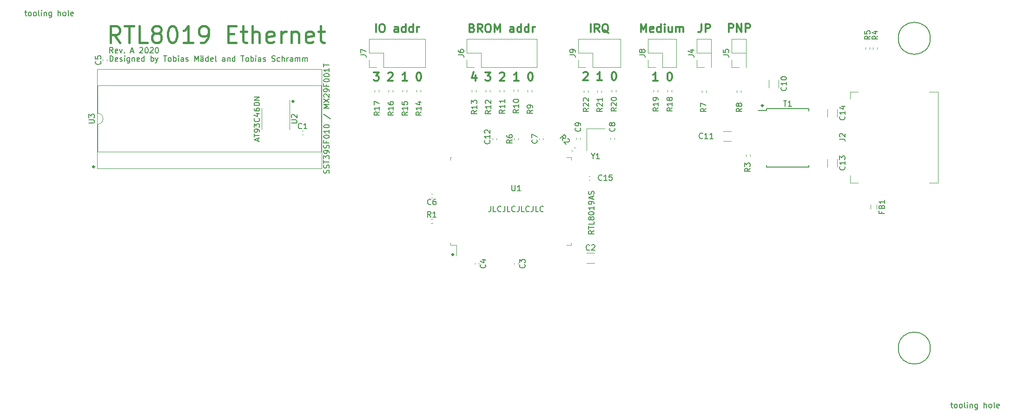
<source format=gto>
%TF.GenerationSoftware,KiCad,Pcbnew,5.1.7*%
%TF.CreationDate,2020-11-15T02:13:01+01:00*%
%TF.ProjectId,ISA8019,49534138-3031-4392-9e6b-696361645f70,rev?*%
%TF.SameCoordinates,Original*%
%TF.FileFunction,Legend,Top*%
%TF.FilePolarity,Positive*%
%FSLAX46Y46*%
G04 Gerber Fmt 4.6, Leading zero omitted, Abs format (unit mm)*
G04 Created by KiCad (PCBNEW 5.1.7) date 2020-11-15 02:13:01*
%MOMM*%
%LPD*%
G01*
G04 APERTURE LIST*
%ADD10C,0.150000*%
%ADD11C,0.450000*%
%ADD12C,0.300000*%
%ADD13C,0.190500*%
%ADD14C,0.120000*%
G04 APERTURE END LIST*
D10*
X111010952Y-125732380D02*
X111010952Y-126446666D01*
X110963333Y-126589523D01*
X110868095Y-126684761D01*
X110725238Y-126732380D01*
X110630000Y-126732380D01*
X111963333Y-126732380D02*
X111487142Y-126732380D01*
X111487142Y-125732380D01*
X112868095Y-126637142D02*
X112820476Y-126684761D01*
X112677619Y-126732380D01*
X112582380Y-126732380D01*
X112439523Y-126684761D01*
X112344285Y-126589523D01*
X112296666Y-126494285D01*
X112249047Y-126303809D01*
X112249047Y-126160952D01*
X112296666Y-125970476D01*
X112344285Y-125875238D01*
X112439523Y-125780000D01*
X112582380Y-125732380D01*
X112677619Y-125732380D01*
X112820476Y-125780000D01*
X112868095Y-125827619D01*
X113582380Y-125732380D02*
X113582380Y-126446666D01*
X113534761Y-126589523D01*
X113439523Y-126684761D01*
X113296666Y-126732380D01*
X113201428Y-126732380D01*
X114534761Y-126732380D02*
X114058571Y-126732380D01*
X114058571Y-125732380D01*
X115439523Y-126637142D02*
X115391904Y-126684761D01*
X115249047Y-126732380D01*
X115153809Y-126732380D01*
X115010952Y-126684761D01*
X114915714Y-126589523D01*
X114868095Y-126494285D01*
X114820476Y-126303809D01*
X114820476Y-126160952D01*
X114868095Y-125970476D01*
X114915714Y-125875238D01*
X115010952Y-125780000D01*
X115153809Y-125732380D01*
X115249047Y-125732380D01*
X115391904Y-125780000D01*
X115439523Y-125827619D01*
X116153809Y-125732380D02*
X116153809Y-126446666D01*
X116106190Y-126589523D01*
X116010952Y-126684761D01*
X115868095Y-126732380D01*
X115772857Y-126732380D01*
X117106190Y-126732380D02*
X116630000Y-126732380D01*
X116630000Y-125732380D01*
X118010952Y-126637142D02*
X117963333Y-126684761D01*
X117820476Y-126732380D01*
X117725238Y-126732380D01*
X117582380Y-126684761D01*
X117487142Y-126589523D01*
X117439523Y-126494285D01*
X117391904Y-126303809D01*
X117391904Y-126160952D01*
X117439523Y-125970476D01*
X117487142Y-125875238D01*
X117582380Y-125780000D01*
X117725238Y-125732380D01*
X117820476Y-125732380D01*
X117963333Y-125780000D01*
X118010952Y-125827619D01*
X118725238Y-125732380D02*
X118725238Y-126446666D01*
X118677619Y-126589523D01*
X118582380Y-126684761D01*
X118439523Y-126732380D01*
X118344285Y-126732380D01*
X119677619Y-126732380D02*
X119201428Y-126732380D01*
X119201428Y-125732380D01*
X120582380Y-126637142D02*
X120534761Y-126684761D01*
X120391904Y-126732380D01*
X120296666Y-126732380D01*
X120153809Y-126684761D01*
X120058571Y-126589523D01*
X120010952Y-126494285D01*
X119963333Y-126303809D01*
X119963333Y-126160952D01*
X120010952Y-125970476D01*
X120058571Y-125875238D01*
X120153809Y-125780000D01*
X120296666Y-125732380D01*
X120391904Y-125732380D01*
X120534761Y-125780000D01*
X120582380Y-125827619D01*
X41646809Y-99300380D02*
X41646809Y-98300380D01*
X41884904Y-98300380D01*
X42027761Y-98348000D01*
X42122999Y-98443238D01*
X42170619Y-98538476D01*
X42218238Y-98728952D01*
X42218238Y-98871809D01*
X42170619Y-99062285D01*
X42122999Y-99157523D01*
X42027761Y-99252761D01*
X41884904Y-99300380D01*
X41646809Y-99300380D01*
X43027761Y-99252761D02*
X42932523Y-99300380D01*
X42742047Y-99300380D01*
X42646809Y-99252761D01*
X42599190Y-99157523D01*
X42599190Y-98776571D01*
X42646809Y-98681333D01*
X42742047Y-98633714D01*
X42932523Y-98633714D01*
X43027761Y-98681333D01*
X43075380Y-98776571D01*
X43075380Y-98871809D01*
X42599190Y-98967047D01*
X43456333Y-99252761D02*
X43551571Y-99300380D01*
X43742047Y-99300380D01*
X43837285Y-99252761D01*
X43884904Y-99157523D01*
X43884904Y-99109904D01*
X43837285Y-99014666D01*
X43742047Y-98967047D01*
X43599190Y-98967047D01*
X43503952Y-98919428D01*
X43456333Y-98824190D01*
X43456333Y-98776571D01*
X43503952Y-98681333D01*
X43599190Y-98633714D01*
X43742047Y-98633714D01*
X43837285Y-98681333D01*
X44313476Y-99300380D02*
X44313476Y-98633714D01*
X44313476Y-98300380D02*
X44265857Y-98348000D01*
X44313476Y-98395619D01*
X44361095Y-98348000D01*
X44313476Y-98300380D01*
X44313476Y-98395619D01*
X45218238Y-98633714D02*
X45218238Y-99443238D01*
X45170619Y-99538476D01*
X45122999Y-99586095D01*
X45027761Y-99633714D01*
X44884904Y-99633714D01*
X44789666Y-99586095D01*
X45218238Y-99252761D02*
X45122999Y-99300380D01*
X44932523Y-99300380D01*
X44837285Y-99252761D01*
X44789666Y-99205142D01*
X44742047Y-99109904D01*
X44742047Y-98824190D01*
X44789666Y-98728952D01*
X44837285Y-98681333D01*
X44932523Y-98633714D01*
X45122999Y-98633714D01*
X45218238Y-98681333D01*
X45694428Y-98633714D02*
X45694428Y-99300380D01*
X45694428Y-98728952D02*
X45742047Y-98681333D01*
X45837285Y-98633714D01*
X45980142Y-98633714D01*
X46075380Y-98681333D01*
X46122999Y-98776571D01*
X46122999Y-99300380D01*
X46980142Y-99252761D02*
X46884904Y-99300380D01*
X46694428Y-99300380D01*
X46599190Y-99252761D01*
X46551571Y-99157523D01*
X46551571Y-98776571D01*
X46599190Y-98681333D01*
X46694428Y-98633714D01*
X46884904Y-98633714D01*
X46980142Y-98681333D01*
X47027761Y-98776571D01*
X47027761Y-98871809D01*
X46551571Y-98967047D01*
X47884904Y-99300380D02*
X47884904Y-98300380D01*
X47884904Y-99252761D02*
X47789666Y-99300380D01*
X47599190Y-99300380D01*
X47503952Y-99252761D01*
X47456333Y-99205142D01*
X47408714Y-99109904D01*
X47408714Y-98824190D01*
X47456333Y-98728952D01*
X47503952Y-98681333D01*
X47599190Y-98633714D01*
X47789666Y-98633714D01*
X47884904Y-98681333D01*
X49122999Y-99300380D02*
X49122999Y-98300380D01*
X49122999Y-98681333D02*
X49218238Y-98633714D01*
X49408714Y-98633714D01*
X49503952Y-98681333D01*
X49551571Y-98728952D01*
X49599190Y-98824190D01*
X49599190Y-99109904D01*
X49551571Y-99205142D01*
X49503952Y-99252761D01*
X49408714Y-99300380D01*
X49218238Y-99300380D01*
X49122999Y-99252761D01*
X49932523Y-98633714D02*
X50170619Y-99300380D01*
X50408714Y-98633714D02*
X50170619Y-99300380D01*
X50075380Y-99538476D01*
X50027761Y-99586095D01*
X49932523Y-99633714D01*
X51408714Y-98300380D02*
X51980142Y-98300380D01*
X51694428Y-99300380D02*
X51694428Y-98300380D01*
X52456333Y-99300380D02*
X52361095Y-99252761D01*
X52313476Y-99205142D01*
X52265857Y-99109904D01*
X52265857Y-98824190D01*
X52313476Y-98728952D01*
X52361095Y-98681333D01*
X52456333Y-98633714D01*
X52599190Y-98633714D01*
X52694428Y-98681333D01*
X52742047Y-98728952D01*
X52789666Y-98824190D01*
X52789666Y-99109904D01*
X52742047Y-99205142D01*
X52694428Y-99252761D01*
X52599190Y-99300380D01*
X52456333Y-99300380D01*
X53218238Y-99300380D02*
X53218238Y-98300380D01*
X53218238Y-98681333D02*
X53313476Y-98633714D01*
X53503952Y-98633714D01*
X53599190Y-98681333D01*
X53646809Y-98728952D01*
X53694428Y-98824190D01*
X53694428Y-99109904D01*
X53646809Y-99205142D01*
X53599190Y-99252761D01*
X53503952Y-99300380D01*
X53313476Y-99300380D01*
X53218238Y-99252761D01*
X54122999Y-99300380D02*
X54122999Y-98633714D01*
X54122999Y-98300380D02*
X54075380Y-98348000D01*
X54122999Y-98395619D01*
X54170619Y-98348000D01*
X54122999Y-98300380D01*
X54122999Y-98395619D01*
X55027761Y-99300380D02*
X55027761Y-98776571D01*
X54980142Y-98681333D01*
X54884904Y-98633714D01*
X54694428Y-98633714D01*
X54599190Y-98681333D01*
X55027761Y-99252761D02*
X54932523Y-99300380D01*
X54694428Y-99300380D01*
X54599190Y-99252761D01*
X54551571Y-99157523D01*
X54551571Y-99062285D01*
X54599190Y-98967047D01*
X54694428Y-98919428D01*
X54932523Y-98919428D01*
X55027761Y-98871809D01*
X55456333Y-99252761D02*
X55551571Y-99300380D01*
X55742047Y-99300380D01*
X55837285Y-99252761D01*
X55884904Y-99157523D01*
X55884904Y-99109904D01*
X55837285Y-99014666D01*
X55742047Y-98967047D01*
X55599190Y-98967047D01*
X55503952Y-98919428D01*
X55456333Y-98824190D01*
X55456333Y-98776571D01*
X55503952Y-98681333D01*
X55599190Y-98633714D01*
X55742047Y-98633714D01*
X55837285Y-98681333D01*
X57075380Y-99300380D02*
X57075380Y-98300380D01*
X57408714Y-99014666D01*
X57742047Y-98300380D01*
X57742047Y-99300380D01*
X58646809Y-99300380D02*
X58646809Y-98776571D01*
X58599190Y-98681333D01*
X58503952Y-98633714D01*
X58313476Y-98633714D01*
X58218238Y-98681333D01*
X58646809Y-99252761D02*
X58551571Y-99300380D01*
X58313476Y-99300380D01*
X58218238Y-99252761D01*
X58170619Y-99157523D01*
X58170619Y-99062285D01*
X58218238Y-98967047D01*
X58313476Y-98919428D01*
X58551571Y-98919428D01*
X58646809Y-98871809D01*
X58218238Y-98300380D02*
X58265857Y-98348000D01*
X58218238Y-98395619D01*
X58170619Y-98348000D01*
X58218238Y-98300380D01*
X58218238Y-98395619D01*
X58599190Y-98300380D02*
X58646809Y-98348000D01*
X58599190Y-98395619D01*
X58551571Y-98348000D01*
X58599190Y-98300380D01*
X58599190Y-98395619D01*
X59551571Y-99300380D02*
X59551571Y-98300380D01*
X59551571Y-99252761D02*
X59456333Y-99300380D01*
X59265857Y-99300380D01*
X59170619Y-99252761D01*
X59122999Y-99205142D01*
X59075380Y-99109904D01*
X59075380Y-98824190D01*
X59122999Y-98728952D01*
X59170619Y-98681333D01*
X59265857Y-98633714D01*
X59456333Y-98633714D01*
X59551571Y-98681333D01*
X60408714Y-99252761D02*
X60313476Y-99300380D01*
X60122999Y-99300380D01*
X60027761Y-99252761D01*
X59980142Y-99157523D01*
X59980142Y-98776571D01*
X60027761Y-98681333D01*
X60122999Y-98633714D01*
X60313476Y-98633714D01*
X60408714Y-98681333D01*
X60456333Y-98776571D01*
X60456333Y-98871809D01*
X59980142Y-98967047D01*
X61027761Y-99300380D02*
X60932523Y-99252761D01*
X60884904Y-99157523D01*
X60884904Y-98300380D01*
X62599190Y-99300380D02*
X62599190Y-98776571D01*
X62551571Y-98681333D01*
X62456333Y-98633714D01*
X62265857Y-98633714D01*
X62170619Y-98681333D01*
X62599190Y-99252761D02*
X62503952Y-99300380D01*
X62265857Y-99300380D01*
X62170619Y-99252761D01*
X62122999Y-99157523D01*
X62122999Y-99062285D01*
X62170619Y-98967047D01*
X62265857Y-98919428D01*
X62503952Y-98919428D01*
X62599190Y-98871809D01*
X63075380Y-98633714D02*
X63075380Y-99300380D01*
X63075380Y-98728952D02*
X63122999Y-98681333D01*
X63218238Y-98633714D01*
X63361095Y-98633714D01*
X63456333Y-98681333D01*
X63503952Y-98776571D01*
X63503952Y-99300380D01*
X64408714Y-99300380D02*
X64408714Y-98300380D01*
X64408714Y-99252761D02*
X64313476Y-99300380D01*
X64122999Y-99300380D01*
X64027761Y-99252761D01*
X63980142Y-99205142D01*
X63932523Y-99109904D01*
X63932523Y-98824190D01*
X63980142Y-98728952D01*
X64027761Y-98681333D01*
X64122999Y-98633714D01*
X64313476Y-98633714D01*
X64408714Y-98681333D01*
X65503952Y-98300380D02*
X66075380Y-98300380D01*
X65789666Y-99300380D02*
X65789666Y-98300380D01*
X66551571Y-99300380D02*
X66456333Y-99252761D01*
X66408714Y-99205142D01*
X66361095Y-99109904D01*
X66361095Y-98824190D01*
X66408714Y-98728952D01*
X66456333Y-98681333D01*
X66551571Y-98633714D01*
X66694428Y-98633714D01*
X66789666Y-98681333D01*
X66837285Y-98728952D01*
X66884904Y-98824190D01*
X66884904Y-99109904D01*
X66837285Y-99205142D01*
X66789666Y-99252761D01*
X66694428Y-99300380D01*
X66551571Y-99300380D01*
X67313476Y-99300380D02*
X67313476Y-98300380D01*
X67313476Y-98681333D02*
X67408714Y-98633714D01*
X67599190Y-98633714D01*
X67694428Y-98681333D01*
X67742047Y-98728952D01*
X67789666Y-98824190D01*
X67789666Y-99109904D01*
X67742047Y-99205142D01*
X67694428Y-99252761D01*
X67599190Y-99300380D01*
X67408714Y-99300380D01*
X67313476Y-99252761D01*
X68218238Y-99300380D02*
X68218238Y-98633714D01*
X68218238Y-98300380D02*
X68170619Y-98348000D01*
X68218238Y-98395619D01*
X68265857Y-98348000D01*
X68218238Y-98300380D01*
X68218238Y-98395619D01*
X69122999Y-99300380D02*
X69122999Y-98776571D01*
X69075380Y-98681333D01*
X68980142Y-98633714D01*
X68789666Y-98633714D01*
X68694428Y-98681333D01*
X69122999Y-99252761D02*
X69027761Y-99300380D01*
X68789666Y-99300380D01*
X68694428Y-99252761D01*
X68646809Y-99157523D01*
X68646809Y-99062285D01*
X68694428Y-98967047D01*
X68789666Y-98919428D01*
X69027761Y-98919428D01*
X69122999Y-98871809D01*
X69551571Y-99252761D02*
X69646809Y-99300380D01*
X69837285Y-99300380D01*
X69932523Y-99252761D01*
X69980142Y-99157523D01*
X69980142Y-99109904D01*
X69932523Y-99014666D01*
X69837285Y-98967047D01*
X69694428Y-98967047D01*
X69599190Y-98919428D01*
X69551571Y-98824190D01*
X69551571Y-98776571D01*
X69599190Y-98681333D01*
X69694428Y-98633714D01*
X69837285Y-98633714D01*
X69932523Y-98681333D01*
X71122999Y-99252761D02*
X71265857Y-99300380D01*
X71503952Y-99300380D01*
X71599190Y-99252761D01*
X71646809Y-99205142D01*
X71694428Y-99109904D01*
X71694428Y-99014666D01*
X71646809Y-98919428D01*
X71599190Y-98871809D01*
X71503952Y-98824190D01*
X71313476Y-98776571D01*
X71218238Y-98728952D01*
X71170619Y-98681333D01*
X71122999Y-98586095D01*
X71122999Y-98490857D01*
X71170619Y-98395619D01*
X71218238Y-98348000D01*
X71313476Y-98300380D01*
X71551571Y-98300380D01*
X71694428Y-98348000D01*
X72551571Y-99252761D02*
X72456333Y-99300380D01*
X72265857Y-99300380D01*
X72170619Y-99252761D01*
X72122999Y-99205142D01*
X72075380Y-99109904D01*
X72075380Y-98824190D01*
X72122999Y-98728952D01*
X72170619Y-98681333D01*
X72265857Y-98633714D01*
X72456333Y-98633714D01*
X72551571Y-98681333D01*
X72980142Y-99300380D02*
X72980142Y-98300380D01*
X73408714Y-99300380D02*
X73408714Y-98776571D01*
X73361095Y-98681333D01*
X73265857Y-98633714D01*
X73122999Y-98633714D01*
X73027761Y-98681333D01*
X72980142Y-98728952D01*
X73884904Y-99300380D02*
X73884904Y-98633714D01*
X73884904Y-98824190D02*
X73932523Y-98728952D01*
X73980142Y-98681333D01*
X74075380Y-98633714D01*
X74170619Y-98633714D01*
X74932523Y-99300380D02*
X74932523Y-98776571D01*
X74884904Y-98681333D01*
X74789666Y-98633714D01*
X74599190Y-98633714D01*
X74503952Y-98681333D01*
X74932523Y-99252761D02*
X74837285Y-99300380D01*
X74599190Y-99300380D01*
X74503952Y-99252761D01*
X74456333Y-99157523D01*
X74456333Y-99062285D01*
X74503952Y-98967047D01*
X74599190Y-98919428D01*
X74837285Y-98919428D01*
X74932523Y-98871809D01*
X75408714Y-99300380D02*
X75408714Y-98633714D01*
X75408714Y-98728952D02*
X75456333Y-98681333D01*
X75551571Y-98633714D01*
X75694428Y-98633714D01*
X75789666Y-98681333D01*
X75837285Y-98776571D01*
X75837285Y-99300380D01*
X75837285Y-98776571D02*
X75884904Y-98681333D01*
X75980142Y-98633714D01*
X76122999Y-98633714D01*
X76218238Y-98681333D01*
X76265857Y-98776571D01*
X76265857Y-99300380D01*
X76742047Y-99300380D02*
X76742047Y-98633714D01*
X76742047Y-98728952D02*
X76789666Y-98681333D01*
X76884904Y-98633714D01*
X77027761Y-98633714D01*
X77122999Y-98681333D01*
X77170619Y-98776571D01*
X77170619Y-99300380D01*
X77170619Y-98776571D02*
X77218238Y-98681333D01*
X77313476Y-98633714D01*
X77456333Y-98633714D01*
X77551571Y-98681333D01*
X77599190Y-98776571D01*
X77599190Y-99300380D01*
D11*
X43448571Y-95887142D02*
X42448571Y-94458571D01*
X41734285Y-95887142D02*
X41734285Y-92887142D01*
X42877142Y-92887142D01*
X43162857Y-93030000D01*
X43305714Y-93172857D01*
X43448571Y-93458571D01*
X43448571Y-93887142D01*
X43305714Y-94172857D01*
X43162857Y-94315714D01*
X42877142Y-94458571D01*
X41734285Y-94458571D01*
X44305714Y-92887142D02*
X46020000Y-92887142D01*
X45162857Y-95887142D02*
X45162857Y-92887142D01*
X48448571Y-95887142D02*
X47020000Y-95887142D01*
X47020000Y-92887142D01*
X49877142Y-94172857D02*
X49591428Y-94030000D01*
X49448571Y-93887142D01*
X49305714Y-93601428D01*
X49305714Y-93458571D01*
X49448571Y-93172857D01*
X49591428Y-93030000D01*
X49877142Y-92887142D01*
X50448571Y-92887142D01*
X50734285Y-93030000D01*
X50877142Y-93172857D01*
X51020000Y-93458571D01*
X51020000Y-93601428D01*
X50877142Y-93887142D01*
X50734285Y-94030000D01*
X50448571Y-94172857D01*
X49877142Y-94172857D01*
X49591428Y-94315714D01*
X49448571Y-94458571D01*
X49305714Y-94744285D01*
X49305714Y-95315714D01*
X49448571Y-95601428D01*
X49591428Y-95744285D01*
X49877142Y-95887142D01*
X50448571Y-95887142D01*
X50734285Y-95744285D01*
X50877142Y-95601428D01*
X51020000Y-95315714D01*
X51020000Y-94744285D01*
X50877142Y-94458571D01*
X50734285Y-94315714D01*
X50448571Y-94172857D01*
X52877142Y-92887142D02*
X53162857Y-92887142D01*
X53448571Y-93030000D01*
X53591428Y-93172857D01*
X53734285Y-93458571D01*
X53877142Y-94030000D01*
X53877142Y-94744285D01*
X53734285Y-95315714D01*
X53591428Y-95601428D01*
X53448571Y-95744285D01*
X53162857Y-95887142D01*
X52877142Y-95887142D01*
X52591428Y-95744285D01*
X52448571Y-95601428D01*
X52305714Y-95315714D01*
X52162857Y-94744285D01*
X52162857Y-94030000D01*
X52305714Y-93458571D01*
X52448571Y-93172857D01*
X52591428Y-93030000D01*
X52877142Y-92887142D01*
X56734285Y-95887142D02*
X55020000Y-95887142D01*
X55877142Y-95887142D02*
X55877142Y-92887142D01*
X55591428Y-93315714D01*
X55305714Y-93601428D01*
X55020000Y-93744285D01*
X58162857Y-95887142D02*
X58734285Y-95887142D01*
X59020000Y-95744285D01*
X59162857Y-95601428D01*
X59448571Y-95172857D01*
X59591428Y-94601428D01*
X59591428Y-93458571D01*
X59448571Y-93172857D01*
X59305714Y-93030000D01*
X59020000Y-92887142D01*
X58448571Y-92887142D01*
X58162857Y-93030000D01*
X58020000Y-93172857D01*
X57877142Y-93458571D01*
X57877142Y-94172857D01*
X58020000Y-94458571D01*
X58162857Y-94601428D01*
X58448571Y-94744285D01*
X59020000Y-94744285D01*
X59305714Y-94601428D01*
X59448571Y-94458571D01*
X59591428Y-94172857D01*
X63162857Y-94315714D02*
X64162857Y-94315714D01*
X64591428Y-95887142D02*
X63162857Y-95887142D01*
X63162857Y-92887142D01*
X64591428Y-92887142D01*
X65448571Y-93887142D02*
X66591428Y-93887142D01*
X65877142Y-92887142D02*
X65877142Y-95458571D01*
X66020000Y-95744285D01*
X66305714Y-95887142D01*
X66591428Y-95887142D01*
X67591428Y-95887142D02*
X67591428Y-92887142D01*
X68877142Y-95887142D02*
X68877142Y-94315714D01*
X68734285Y-94030000D01*
X68448571Y-93887142D01*
X68020000Y-93887142D01*
X67734285Y-94030000D01*
X67591428Y-94172857D01*
X71448571Y-95744285D02*
X71162857Y-95887142D01*
X70591428Y-95887142D01*
X70305714Y-95744285D01*
X70162857Y-95458571D01*
X70162857Y-94315714D01*
X70305714Y-94030000D01*
X70591428Y-93887142D01*
X71162857Y-93887142D01*
X71448571Y-94030000D01*
X71591428Y-94315714D01*
X71591428Y-94601428D01*
X70162857Y-94887142D01*
X72877142Y-95887142D02*
X72877142Y-93887142D01*
X72877142Y-94458571D02*
X73020000Y-94172857D01*
X73162857Y-94030000D01*
X73448571Y-93887142D01*
X73734285Y-93887142D01*
X74734285Y-93887142D02*
X74734285Y-95887142D01*
X74734285Y-94172857D02*
X74877142Y-94030000D01*
X75162857Y-93887142D01*
X75591428Y-93887142D01*
X75877142Y-94030000D01*
X76020000Y-94315714D01*
X76020000Y-95887142D01*
X78591428Y-95744285D02*
X78305714Y-95887142D01*
X77734285Y-95887142D01*
X77448571Y-95744285D01*
X77305714Y-95458571D01*
X77305714Y-94315714D01*
X77448571Y-94030000D01*
X77734285Y-93887142D01*
X78305714Y-93887142D01*
X78591428Y-94030000D01*
X78734285Y-94315714D01*
X78734285Y-94601428D01*
X77305714Y-94887142D01*
X79591428Y-93887142D02*
X80734285Y-93887142D01*
X80020000Y-92887142D02*
X80020000Y-95458571D01*
X80162857Y-95744285D01*
X80448571Y-95887142D01*
X80734285Y-95887142D01*
D10*
X42200666Y-97776380D02*
X41867333Y-97300190D01*
X41629238Y-97776380D02*
X41629238Y-96776380D01*
X42010190Y-96776380D01*
X42105428Y-96824000D01*
X42153047Y-96871619D01*
X42200666Y-96966857D01*
X42200666Y-97109714D01*
X42153047Y-97204952D01*
X42105428Y-97252571D01*
X42010190Y-97300190D01*
X41629238Y-97300190D01*
X43010190Y-97728761D02*
X42914952Y-97776380D01*
X42724476Y-97776380D01*
X42629238Y-97728761D01*
X42581619Y-97633523D01*
X42581619Y-97252571D01*
X42629238Y-97157333D01*
X42724476Y-97109714D01*
X42914952Y-97109714D01*
X43010190Y-97157333D01*
X43057809Y-97252571D01*
X43057809Y-97347809D01*
X42581619Y-97443047D01*
X43391142Y-97109714D02*
X43629238Y-97776380D01*
X43867333Y-97109714D01*
X44248285Y-97681142D02*
X44295904Y-97728761D01*
X44248285Y-97776380D01*
X44200666Y-97728761D01*
X44248285Y-97681142D01*
X44248285Y-97776380D01*
X45438761Y-97490666D02*
X45914952Y-97490666D01*
X45343523Y-97776380D02*
X45676857Y-96776380D01*
X46010190Y-97776380D01*
X47057809Y-96871619D02*
X47105428Y-96824000D01*
X47200666Y-96776380D01*
X47438761Y-96776380D01*
X47534000Y-96824000D01*
X47581619Y-96871619D01*
X47629238Y-96966857D01*
X47629238Y-97062095D01*
X47581619Y-97204952D01*
X47010190Y-97776380D01*
X47629238Y-97776380D01*
X48248285Y-96776380D02*
X48343523Y-96776380D01*
X48438761Y-96824000D01*
X48486380Y-96871619D01*
X48534000Y-96966857D01*
X48581619Y-97157333D01*
X48581619Y-97395428D01*
X48534000Y-97585904D01*
X48486380Y-97681142D01*
X48438761Y-97728761D01*
X48343523Y-97776380D01*
X48248285Y-97776380D01*
X48153047Y-97728761D01*
X48105428Y-97681142D01*
X48057809Y-97585904D01*
X48010190Y-97395428D01*
X48010190Y-97157333D01*
X48057809Y-96966857D01*
X48105428Y-96871619D01*
X48153047Y-96824000D01*
X48248285Y-96776380D01*
X48962571Y-96871619D02*
X49010190Y-96824000D01*
X49105428Y-96776380D01*
X49343523Y-96776380D01*
X49438761Y-96824000D01*
X49486380Y-96871619D01*
X49534000Y-96966857D01*
X49534000Y-97062095D01*
X49486380Y-97204952D01*
X48914952Y-97776380D01*
X49534000Y-97776380D01*
X50153047Y-96776380D02*
X50248285Y-96776380D01*
X50343523Y-96824000D01*
X50391142Y-96871619D01*
X50438761Y-96966857D01*
X50486380Y-97157333D01*
X50486380Y-97395428D01*
X50438761Y-97585904D01*
X50391142Y-97681142D01*
X50343523Y-97728761D01*
X50248285Y-97776380D01*
X50153047Y-97776380D01*
X50057809Y-97728761D01*
X50010190Y-97681142D01*
X49962571Y-97585904D01*
X49914952Y-97395428D01*
X49914952Y-97157333D01*
X49962571Y-96966857D01*
X50010190Y-96871619D01*
X50057809Y-96824000D01*
X50153047Y-96776380D01*
D12*
X141442857Y-102828571D02*
X140585714Y-102828571D01*
X141014285Y-102828571D02*
X141014285Y-101328571D01*
X140871428Y-101542857D01*
X140728571Y-101685714D01*
X140585714Y-101757142D01*
X143514285Y-101328571D02*
X143657142Y-101328571D01*
X143800000Y-101400000D01*
X143871428Y-101471428D01*
X143942857Y-101614285D01*
X144014285Y-101900000D01*
X144014285Y-102257142D01*
X143942857Y-102542857D01*
X143871428Y-102685714D01*
X143800000Y-102757142D01*
X143657142Y-102828571D01*
X143514285Y-102828571D01*
X143371428Y-102757142D01*
X143300000Y-102685714D01*
X143228571Y-102542857D01*
X143157142Y-102257142D01*
X143157142Y-101900000D01*
X143228571Y-101614285D01*
X143300000Y-101471428D01*
X143371428Y-101400000D01*
X143514285Y-101328571D01*
X127870000Y-101386428D02*
X127941428Y-101315000D01*
X128084285Y-101243571D01*
X128441428Y-101243571D01*
X128584285Y-101315000D01*
X128655714Y-101386428D01*
X128727142Y-101529285D01*
X128727142Y-101672142D01*
X128655714Y-101886428D01*
X127798571Y-102743571D01*
X128727142Y-102743571D01*
X131298571Y-102743571D02*
X130441428Y-102743571D01*
X130870000Y-102743571D02*
X130870000Y-101243571D01*
X130727142Y-101457857D01*
X130584285Y-101600714D01*
X130441428Y-101672142D01*
X133370000Y-101243571D02*
X133512857Y-101243571D01*
X133655714Y-101315000D01*
X133727142Y-101386428D01*
X133798571Y-101529285D01*
X133870000Y-101815000D01*
X133870000Y-102172142D01*
X133798571Y-102457857D01*
X133727142Y-102600714D01*
X133655714Y-102672142D01*
X133512857Y-102743571D01*
X133370000Y-102743571D01*
X133227142Y-102672142D01*
X133155714Y-102600714D01*
X133084285Y-102457857D01*
X133012857Y-102172142D01*
X133012857Y-101815000D01*
X133084285Y-101529285D01*
X133155714Y-101386428D01*
X133227142Y-101315000D01*
X133370000Y-101243571D01*
X108232857Y-101828571D02*
X108232857Y-102828571D01*
X107875714Y-101257142D02*
X107518571Y-102328571D01*
X108447142Y-102328571D01*
X110018571Y-101328571D02*
X110947142Y-101328571D01*
X110447142Y-101900000D01*
X110661428Y-101900000D01*
X110804285Y-101971428D01*
X110875714Y-102042857D01*
X110947142Y-102185714D01*
X110947142Y-102542857D01*
X110875714Y-102685714D01*
X110804285Y-102757142D01*
X110661428Y-102828571D01*
X110232857Y-102828571D01*
X110090000Y-102757142D01*
X110018571Y-102685714D01*
X112661428Y-101471428D02*
X112732857Y-101400000D01*
X112875714Y-101328571D01*
X113232857Y-101328571D01*
X113375714Y-101400000D01*
X113447142Y-101471428D01*
X113518571Y-101614285D01*
X113518571Y-101757142D01*
X113447142Y-101971428D01*
X112590000Y-102828571D01*
X113518571Y-102828571D01*
X116090000Y-102828571D02*
X115232857Y-102828571D01*
X115661428Y-102828571D02*
X115661428Y-101328571D01*
X115518571Y-101542857D01*
X115375714Y-101685714D01*
X115232857Y-101757142D01*
X118161428Y-101328571D02*
X118304285Y-101328571D01*
X118447142Y-101400000D01*
X118518571Y-101471428D01*
X118590000Y-101614285D01*
X118661428Y-101900000D01*
X118661428Y-102257142D01*
X118590000Y-102542857D01*
X118518571Y-102685714D01*
X118447142Y-102757142D01*
X118304285Y-102828571D01*
X118161428Y-102828571D01*
X118018571Y-102757142D01*
X117947142Y-102685714D01*
X117875714Y-102542857D01*
X117804285Y-102257142D01*
X117804285Y-101900000D01*
X117875714Y-101614285D01*
X117947142Y-101471428D01*
X118018571Y-101400000D01*
X118161428Y-101328571D01*
X160611000Y-107357000D02*
G75*
G03*
X160611000Y-107357000I-150000J0D01*
G01*
X38818000Y-118533000D02*
G75*
G03*
X38818000Y-118533000I-150000J0D01*
G01*
X75140000Y-106595000D02*
G75*
G03*
X75140000Y-106595000I-150000J0D01*
G01*
X104223000Y-134535000D02*
G75*
G03*
X104223000Y-134535000I-150000J0D01*
G01*
X154341428Y-93938571D02*
X154341428Y-92438571D01*
X154912857Y-92438571D01*
X155055714Y-92510000D01*
X155127142Y-92581428D01*
X155198571Y-92724285D01*
X155198571Y-92938571D01*
X155127142Y-93081428D01*
X155055714Y-93152857D01*
X154912857Y-93224285D01*
X154341428Y-93224285D01*
X155841428Y-93938571D02*
X155841428Y-92438571D01*
X156698571Y-93938571D01*
X156698571Y-92438571D01*
X157412857Y-93938571D02*
X157412857Y-92438571D01*
X157984285Y-92438571D01*
X158127142Y-92510000D01*
X158198571Y-92581428D01*
X158270000Y-92724285D01*
X158270000Y-92938571D01*
X158198571Y-93081428D01*
X158127142Y-93152857D01*
X157984285Y-93224285D01*
X157412857Y-93224285D01*
X149384285Y-92489371D02*
X149384285Y-93560800D01*
X149312857Y-93775085D01*
X149170000Y-93917942D01*
X148955714Y-93989371D01*
X148812857Y-93989371D01*
X150098571Y-93989371D02*
X150098571Y-92489371D01*
X150670000Y-92489371D01*
X150812857Y-92560800D01*
X150884285Y-92632228D01*
X150955714Y-92775085D01*
X150955714Y-92989371D01*
X150884285Y-93132228D01*
X150812857Y-93203657D01*
X150670000Y-93275085D01*
X150098571Y-93275085D01*
X138328557Y-93989371D02*
X138328557Y-92489371D01*
X138828557Y-93560800D01*
X139328557Y-92489371D01*
X139328557Y-93989371D01*
X140614271Y-93917942D02*
X140471414Y-93989371D01*
X140185700Y-93989371D01*
X140042842Y-93917942D01*
X139971414Y-93775085D01*
X139971414Y-93203657D01*
X140042842Y-93060800D01*
X140185700Y-92989371D01*
X140471414Y-92989371D01*
X140614271Y-93060800D01*
X140685700Y-93203657D01*
X140685700Y-93346514D01*
X139971414Y-93489371D01*
X141971414Y-93989371D02*
X141971414Y-92489371D01*
X141971414Y-93917942D02*
X141828557Y-93989371D01*
X141542842Y-93989371D01*
X141399985Y-93917942D01*
X141328557Y-93846514D01*
X141257128Y-93703657D01*
X141257128Y-93275085D01*
X141328557Y-93132228D01*
X141399985Y-93060800D01*
X141542842Y-92989371D01*
X141828557Y-92989371D01*
X141971414Y-93060800D01*
X142685700Y-93989371D02*
X142685700Y-92989371D01*
X142685700Y-92489371D02*
X142614271Y-92560800D01*
X142685700Y-92632228D01*
X142757128Y-92560800D01*
X142685700Y-92489371D01*
X142685700Y-92632228D01*
X144042842Y-92989371D02*
X144042842Y-93989371D01*
X143399985Y-92989371D02*
X143399985Y-93775085D01*
X143471414Y-93917942D01*
X143614271Y-93989371D01*
X143828557Y-93989371D01*
X143971414Y-93917942D01*
X144042842Y-93846514D01*
X144757128Y-93989371D02*
X144757128Y-92989371D01*
X144757128Y-93132228D02*
X144828557Y-93060800D01*
X144971414Y-92989371D01*
X145185700Y-92989371D01*
X145328557Y-93060800D01*
X145399985Y-93203657D01*
X145399985Y-93989371D01*
X145399985Y-93203657D02*
X145471414Y-93060800D01*
X145614271Y-92989371D01*
X145828557Y-92989371D01*
X145971414Y-93060800D01*
X146042842Y-93203657D01*
X146042842Y-93989371D01*
X129219985Y-93989371D02*
X129219985Y-92489371D01*
X130791414Y-93989371D02*
X130291414Y-93275085D01*
X129934271Y-93989371D02*
X129934271Y-92489371D01*
X130505700Y-92489371D01*
X130648557Y-92560800D01*
X130719985Y-92632228D01*
X130791414Y-92775085D01*
X130791414Y-92989371D01*
X130719985Y-93132228D01*
X130648557Y-93203657D01*
X130505700Y-93275085D01*
X129934271Y-93275085D01*
X132434271Y-94132228D02*
X132291414Y-94060800D01*
X132148557Y-93917942D01*
X131934271Y-93703657D01*
X131791414Y-93632228D01*
X131648557Y-93632228D01*
X131719985Y-93989371D02*
X131577128Y-93917942D01*
X131434271Y-93775085D01*
X131362842Y-93489371D01*
X131362842Y-92989371D01*
X131434271Y-92703657D01*
X131577128Y-92560800D01*
X131719985Y-92489371D01*
X132005700Y-92489371D01*
X132148557Y-92560800D01*
X132291414Y-92703657D01*
X132362842Y-92989371D01*
X132362842Y-93489371D01*
X132291414Y-93775085D01*
X132148557Y-93917942D01*
X132005700Y-93989371D01*
X131719985Y-93989371D01*
X107618557Y-93203657D02*
X107832842Y-93275085D01*
X107904271Y-93346514D01*
X107975700Y-93489371D01*
X107975700Y-93703657D01*
X107904271Y-93846514D01*
X107832842Y-93917942D01*
X107689985Y-93989371D01*
X107118557Y-93989371D01*
X107118557Y-92489371D01*
X107618557Y-92489371D01*
X107761414Y-92560800D01*
X107832842Y-92632228D01*
X107904271Y-92775085D01*
X107904271Y-92917942D01*
X107832842Y-93060800D01*
X107761414Y-93132228D01*
X107618557Y-93203657D01*
X107118557Y-93203657D01*
X109475700Y-93989371D02*
X108975700Y-93275085D01*
X108618557Y-93989371D02*
X108618557Y-92489371D01*
X109189985Y-92489371D01*
X109332842Y-92560800D01*
X109404271Y-92632228D01*
X109475700Y-92775085D01*
X109475700Y-92989371D01*
X109404271Y-93132228D01*
X109332842Y-93203657D01*
X109189985Y-93275085D01*
X108618557Y-93275085D01*
X110404271Y-92489371D02*
X110689985Y-92489371D01*
X110832842Y-92560800D01*
X110975700Y-92703657D01*
X111047128Y-92989371D01*
X111047128Y-93489371D01*
X110975700Y-93775085D01*
X110832842Y-93917942D01*
X110689985Y-93989371D01*
X110404271Y-93989371D01*
X110261414Y-93917942D01*
X110118557Y-93775085D01*
X110047128Y-93489371D01*
X110047128Y-92989371D01*
X110118557Y-92703657D01*
X110261414Y-92560800D01*
X110404271Y-92489371D01*
X111689985Y-93989371D02*
X111689985Y-92489371D01*
X112189985Y-93560800D01*
X112689985Y-92489371D01*
X112689985Y-93989371D01*
X115189985Y-93989371D02*
X115189985Y-93203657D01*
X115118557Y-93060800D01*
X114975700Y-92989371D01*
X114689985Y-92989371D01*
X114547128Y-93060800D01*
X115189985Y-93917942D02*
X115047128Y-93989371D01*
X114689985Y-93989371D01*
X114547128Y-93917942D01*
X114475700Y-93775085D01*
X114475700Y-93632228D01*
X114547128Y-93489371D01*
X114689985Y-93417942D01*
X115047128Y-93417942D01*
X115189985Y-93346514D01*
X116547128Y-93989371D02*
X116547128Y-92489371D01*
X116547128Y-93917942D02*
X116404271Y-93989371D01*
X116118557Y-93989371D01*
X115975700Y-93917942D01*
X115904271Y-93846514D01*
X115832842Y-93703657D01*
X115832842Y-93275085D01*
X115904271Y-93132228D01*
X115975700Y-93060800D01*
X116118557Y-92989371D01*
X116404271Y-92989371D01*
X116547128Y-93060800D01*
X117904271Y-93989371D02*
X117904271Y-92489371D01*
X117904271Y-93917942D02*
X117761414Y-93989371D01*
X117475700Y-93989371D01*
X117332842Y-93917942D01*
X117261414Y-93846514D01*
X117189985Y-93703657D01*
X117189985Y-93275085D01*
X117261414Y-93132228D01*
X117332842Y-93060800D01*
X117475700Y-92989371D01*
X117761414Y-92989371D01*
X117904271Y-93060800D01*
X118618557Y-93989371D02*
X118618557Y-92989371D01*
X118618557Y-93275085D02*
X118689985Y-93132228D01*
X118761414Y-93060800D01*
X118904271Y-92989371D01*
X119047128Y-92989371D01*
X90068557Y-93989371D02*
X90068557Y-92489371D01*
X91068557Y-92489371D02*
X91354271Y-92489371D01*
X91497128Y-92560800D01*
X91639985Y-92703657D01*
X91711414Y-92989371D01*
X91711414Y-93489371D01*
X91639985Y-93775085D01*
X91497128Y-93917942D01*
X91354271Y-93989371D01*
X91068557Y-93989371D01*
X90925700Y-93917942D01*
X90782842Y-93775085D01*
X90711414Y-93489371D01*
X90711414Y-92989371D01*
X90782842Y-92703657D01*
X90925700Y-92560800D01*
X91068557Y-92489371D01*
X94139985Y-93989371D02*
X94139985Y-93203657D01*
X94068557Y-93060800D01*
X93925700Y-92989371D01*
X93639985Y-92989371D01*
X93497128Y-93060800D01*
X94139985Y-93917942D02*
X93997128Y-93989371D01*
X93639985Y-93989371D01*
X93497128Y-93917942D01*
X93425700Y-93775085D01*
X93425700Y-93632228D01*
X93497128Y-93489371D01*
X93639985Y-93417942D01*
X93997128Y-93417942D01*
X94139985Y-93346514D01*
X95497128Y-93989371D02*
X95497128Y-92489371D01*
X95497128Y-93917942D02*
X95354271Y-93989371D01*
X95068557Y-93989371D01*
X94925700Y-93917942D01*
X94854271Y-93846514D01*
X94782842Y-93703657D01*
X94782842Y-93275085D01*
X94854271Y-93132228D01*
X94925700Y-93060800D01*
X95068557Y-92989371D01*
X95354271Y-92989371D01*
X95497128Y-93060800D01*
X96854271Y-93989371D02*
X96854271Y-92489371D01*
X96854271Y-93917942D02*
X96711414Y-93989371D01*
X96425700Y-93989371D01*
X96282842Y-93917942D01*
X96211414Y-93846514D01*
X96139985Y-93703657D01*
X96139985Y-93275085D01*
X96211414Y-93132228D01*
X96282842Y-93060800D01*
X96425700Y-92989371D01*
X96711414Y-92989371D01*
X96854271Y-93060800D01*
X97568557Y-93989371D02*
X97568557Y-92989371D01*
X97568557Y-93275085D02*
X97639985Y-93132228D01*
X97711414Y-93060800D01*
X97854271Y-92989371D01*
X97997128Y-92989371D01*
X89682857Y-101328571D02*
X90611428Y-101328571D01*
X90111428Y-101900000D01*
X90325714Y-101900000D01*
X90468571Y-101971428D01*
X90540000Y-102042857D01*
X90611428Y-102185714D01*
X90611428Y-102542857D01*
X90540000Y-102685714D01*
X90468571Y-102757142D01*
X90325714Y-102828571D01*
X89897142Y-102828571D01*
X89754285Y-102757142D01*
X89682857Y-102685714D01*
X92325714Y-101471428D02*
X92397142Y-101400000D01*
X92540000Y-101328571D01*
X92897142Y-101328571D01*
X93040000Y-101400000D01*
X93111428Y-101471428D01*
X93182857Y-101614285D01*
X93182857Y-101757142D01*
X93111428Y-101971428D01*
X92254285Y-102828571D01*
X93182857Y-102828571D01*
X95754285Y-102828571D02*
X94897142Y-102828571D01*
X95325714Y-102828571D02*
X95325714Y-101328571D01*
X95182857Y-101542857D01*
X95040000Y-101685714D01*
X94897142Y-101757142D01*
X97825714Y-101328571D02*
X97968571Y-101328571D01*
X98111428Y-101400000D01*
X98182857Y-101471428D01*
X98254285Y-101614285D01*
X98325714Y-101900000D01*
X98325714Y-102257142D01*
X98254285Y-102542857D01*
X98182857Y-102685714D01*
X98111428Y-102757142D01*
X97968571Y-102828571D01*
X97825714Y-102828571D01*
X97682857Y-102757142D01*
X97611428Y-102685714D01*
X97540000Y-102542857D01*
X97468571Y-102257142D01*
X97468571Y-101900000D01*
X97540000Y-101614285D01*
X97611428Y-101471428D01*
X97682857Y-101400000D01*
X97825714Y-101328571D01*
D13*
X191072000Y-151615000D02*
G75*
G03*
X191072000Y-151615000I-2921000J0D01*
G01*
X191072000Y-95100000D02*
G75*
G03*
X191072000Y-95100000I-2921000J0D01*
G01*
D14*
%TO.C,J2*%
X176490000Y-104860000D02*
X177890000Y-104860000D01*
X176490000Y-106160000D02*
X176490000Y-104860000D01*
X176490000Y-121460000D02*
X177890000Y-121460000D01*
X176490000Y-120160000D02*
X176490000Y-121460000D01*
X192490000Y-104860000D02*
X190890000Y-104860000D01*
X192490000Y-121460000D02*
X192490000Y-104860000D01*
X190890000Y-121460000D02*
X192490000Y-121460000D01*
%TO.C,U1*%
X103638000Y-117300000D02*
X103638000Y-116825000D01*
X103638000Y-132845000D02*
X104763000Y-132845000D01*
X103638000Y-132370000D02*
X103638000Y-132845000D01*
X125658000Y-132370000D02*
X125658000Y-132845000D01*
X125658000Y-132845000D02*
X124848000Y-132845000D01*
X125658000Y-117335000D02*
X125658000Y-116825000D01*
X104763000Y-132845000D02*
X104763000Y-134735000D01*
X125658000Y-116825000D02*
X124848000Y-116825000D01*
X103638000Y-116825000D02*
X103863000Y-116825000D01*
%TO.C,U3*%
X39310000Y-100710000D02*
X39310000Y-118830000D01*
X80190000Y-100710000D02*
X39310000Y-100710000D01*
X80190000Y-118830000D02*
X80190000Y-100710000D01*
X39310000Y-118830000D02*
X80190000Y-118830000D01*
X39370000Y-103710000D02*
X39370000Y-108770000D01*
X80130000Y-103710000D02*
X39370000Y-103710000D01*
X80130000Y-115830000D02*
X80130000Y-103710000D01*
X39370000Y-115830000D02*
X80130000Y-115830000D01*
X39370000Y-110770000D02*
X39370000Y-115830000D01*
X39370000Y-108770000D02*
G75*
G02*
X39370000Y-110770000I0J-1000000D01*
G01*
%TO.C,C12*%
X112078400Y-113560836D02*
X112078400Y-113345164D01*
X111358400Y-113560836D02*
X111358400Y-113345164D01*
%TO.C,FB1*%
X180161000Y-125457378D02*
X180161000Y-126256622D01*
X181281000Y-125457378D02*
X181281000Y-126256622D01*
%TO.C,R22*%
X128710000Y-104928641D02*
X128710000Y-104621359D01*
X127950000Y-104928641D02*
X127950000Y-104621359D01*
%TO.C,R21*%
X131190000Y-104928641D02*
X131190000Y-104621359D01*
X130430000Y-104928641D02*
X130430000Y-104621359D01*
%TO.C,R20*%
X133790000Y-104843641D02*
X133790000Y-104536359D01*
X133030000Y-104843641D02*
X133030000Y-104536359D01*
%TO.C,R19*%
X141410000Y-104843641D02*
X141410000Y-104536359D01*
X140650000Y-104843641D02*
X140650000Y-104536359D01*
%TO.C,R18*%
X143950000Y-104843641D02*
X143950000Y-104536359D01*
X143190000Y-104843641D02*
X143190000Y-104536359D01*
%TO.C,R17*%
X90610000Y-104843641D02*
X90610000Y-104536359D01*
X89850000Y-104843641D02*
X89850000Y-104536359D01*
%TO.C,R16*%
X93150000Y-104843641D02*
X93150000Y-104536359D01*
X92390000Y-104843641D02*
X92390000Y-104536359D01*
%TO.C,R15*%
X95690000Y-104843641D02*
X95690000Y-104536359D01*
X94930000Y-104843641D02*
X94930000Y-104536359D01*
%TO.C,R14*%
X98230000Y-104843641D02*
X98230000Y-104536359D01*
X97470000Y-104843641D02*
X97470000Y-104536359D01*
%TO.C,R13*%
X108330000Y-104845641D02*
X108330000Y-104538359D01*
X107570000Y-104845641D02*
X107570000Y-104538359D01*
%TO.C,R12*%
X110870000Y-104843641D02*
X110870000Y-104536359D01*
X110110000Y-104843641D02*
X110110000Y-104536359D01*
%TO.C,R11*%
X113410000Y-104843641D02*
X113410000Y-104536359D01*
X112650000Y-104843641D02*
X112650000Y-104536359D01*
%TO.C,R10*%
X115950000Y-104801641D02*
X115950000Y-104494359D01*
X115190000Y-104801641D02*
X115190000Y-104494359D01*
%TO.C,R9*%
X118490000Y-104843641D02*
X118490000Y-104536359D01*
X117730000Y-104843641D02*
X117730000Y-104536359D01*
%TO.C,R8*%
X156590000Y-104928641D02*
X156590000Y-104621359D01*
X155830000Y-104928641D02*
X155830000Y-104621359D01*
%TO.C,R7*%
X150240000Y-104928641D02*
X150240000Y-104621359D01*
X149480000Y-104928641D02*
X149480000Y-104621359D01*
%TO.C,R6*%
X116010000Y-113618640D02*
X116010000Y-113311358D01*
X115250000Y-113618640D02*
X115250000Y-113311358D01*
%TO.C,J9*%
X126940000Y-100390000D02*
X126940000Y-99060000D01*
X128270000Y-100390000D02*
X126940000Y-100390000D01*
X126940000Y-97790000D02*
X126940000Y-95190000D01*
X129540000Y-97790000D02*
X126940000Y-97790000D01*
X129540000Y-100390000D02*
X129540000Y-97790000D01*
X126940000Y-95190000D02*
X134680000Y-95190000D01*
X129540000Y-100390000D02*
X134680000Y-100390000D01*
X134680000Y-100390000D02*
X134680000Y-95190000D01*
%TO.C,J8*%
X139640000Y-100390000D02*
X139640000Y-99060000D01*
X140970000Y-100390000D02*
X139640000Y-100390000D01*
X139640000Y-97790000D02*
X139640000Y-95190000D01*
X142240000Y-97790000D02*
X139640000Y-97790000D01*
X142240000Y-100390000D02*
X142240000Y-97790000D01*
X139640000Y-95190000D02*
X144840000Y-95190000D01*
X142240000Y-100390000D02*
X144840000Y-100390000D01*
X144840000Y-100390000D02*
X144840000Y-95190000D01*
%TO.C,J7*%
X88840000Y-100390000D02*
X88840000Y-99060000D01*
X90170000Y-100390000D02*
X88840000Y-100390000D01*
X88840000Y-97790000D02*
X88840000Y-95190000D01*
X91440000Y-97790000D02*
X88840000Y-97790000D01*
X91440000Y-100390000D02*
X91440000Y-97790000D01*
X88840000Y-95190000D02*
X99120000Y-95190000D01*
X91440000Y-100390000D02*
X99120000Y-100390000D01*
X99120000Y-100390000D02*
X99120000Y-95190000D01*
%TO.C,J6*%
X106620000Y-100390000D02*
X106620000Y-99060000D01*
X107950000Y-100390000D02*
X106620000Y-100390000D01*
X106620000Y-97790000D02*
X106620000Y-95190000D01*
X109220000Y-97790000D02*
X106620000Y-97790000D01*
X109220000Y-100390000D02*
X109220000Y-97790000D01*
X106620000Y-95190000D02*
X119440000Y-95190000D01*
X109220000Y-100390000D02*
X119440000Y-100390000D01*
X119440000Y-100390000D02*
X119440000Y-95190000D01*
%TO.C,J5*%
X154880000Y-100390000D02*
X154880000Y-99060000D01*
X156210000Y-100390000D02*
X154880000Y-100390000D01*
X154880000Y-97790000D02*
X154880000Y-95190000D01*
X157480000Y-97790000D02*
X154880000Y-97790000D01*
X157480000Y-100390000D02*
X157480000Y-97790000D01*
X154880000Y-95190000D02*
X157540000Y-95190000D01*
X157480000Y-100390000D02*
X157540000Y-100390000D01*
X157540000Y-100390000D02*
X157540000Y-95190000D01*
%TO.C,J4*%
X148530000Y-100390000D02*
X148530000Y-99060000D01*
X149860000Y-100390000D02*
X148530000Y-100390000D01*
X148530000Y-97790000D02*
X148530000Y-95190000D01*
X151130000Y-97790000D02*
X148530000Y-97790000D01*
X151130000Y-100390000D02*
X151130000Y-97790000D01*
X148530000Y-95190000D02*
X151190000Y-95190000D01*
X151130000Y-100390000D02*
X151190000Y-100390000D01*
X151190000Y-100390000D02*
X151190000Y-95190000D01*
%TO.C,C15*%
X128855164Y-121005000D02*
X129070836Y-121005000D01*
X128855164Y-120285000D02*
X129070836Y-120285000D01*
%TO.C,C6*%
X100365836Y-123485400D02*
X100150164Y-123485400D01*
X100365836Y-124205400D02*
X100150164Y-124205400D01*
%TO.C,C5*%
X41060000Y-99209836D02*
X41060000Y-98994164D01*
X40340000Y-99209836D02*
X40340000Y-98994164D01*
%TO.C,C4*%
X108113000Y-136112164D02*
X108113000Y-136327836D01*
X108833000Y-136112164D02*
X108833000Y-136327836D01*
%TO.C,C3*%
X115279000Y-136112164D02*
X115279000Y-136327836D01*
X115999000Y-136112164D02*
X115999000Y-136327836D01*
%TO.C,C2*%
X128458748Y-136080000D02*
X129881252Y-136080000D01*
X128458748Y-134260000D02*
X129881252Y-134260000D01*
%TO.C,Y1*%
X128467000Y-111533000D02*
X128467000Y-115533000D01*
X131767000Y-111533000D02*
X128467000Y-111533000D01*
%TO.C,U2*%
X74400000Y-109800000D02*
X74400000Y-106350000D01*
X74400000Y-109800000D02*
X74400000Y-111750000D01*
X69280000Y-109800000D02*
X69280000Y-107850000D01*
X69280000Y-109800000D02*
X69280000Y-111750000D01*
D10*
%TO.C,T1*%
X161225000Y-108234000D02*
X159700000Y-108234000D01*
X161225000Y-118609000D02*
X168975000Y-118609000D01*
X161225000Y-107959000D02*
X168975000Y-107959000D01*
X161225000Y-118609000D02*
X161225000Y-118254000D01*
X168975000Y-118609000D02*
X168975000Y-118254000D01*
X168975000Y-107959000D02*
X168975000Y-108314000D01*
X161225000Y-107959000D02*
X161225000Y-108234000D01*
D14*
%TO.C,R5*%
X179996500Y-96792859D02*
X179996500Y-97100141D01*
X179236500Y-96792859D02*
X179236500Y-97100141D01*
%TO.C,R4*%
X180591500Y-96789359D02*
X180591500Y-97096641D01*
X181351500Y-96789359D02*
X181351500Y-97096641D01*
%TO.C,R3*%
X157481000Y-116305359D02*
X157481000Y-116612641D01*
X158241000Y-116305359D02*
X158241000Y-116612641D01*
%TO.C,R2*%
X126430341Y-115150940D02*
X126213060Y-114933659D01*
X125892940Y-115688341D02*
X125675659Y-115471060D01*
%TO.C,R1*%
X100104359Y-128797400D02*
X100411641Y-128797400D01*
X100104359Y-128037400D02*
X100411641Y-128037400D01*
%TO.C,C14*%
X172318000Y-108000748D02*
X172318000Y-109423252D01*
X174138000Y-108000748D02*
X174138000Y-109423252D01*
%TO.C,C13*%
X172318000Y-117144748D02*
X172318000Y-118567252D01*
X174138000Y-117144748D02*
X174138000Y-118567252D01*
%TO.C,C11*%
X154758752Y-112035000D02*
X153336248Y-112035000D01*
X154758752Y-113855000D02*
X153336248Y-113855000D01*
%TO.C,C10*%
X161650000Y-102666748D02*
X161650000Y-104089252D01*
X163470000Y-102666748D02*
X163470000Y-104089252D01*
%TO.C,C9*%
X127302000Y-113485836D02*
X127302000Y-113270164D01*
X126582000Y-113485836D02*
X126582000Y-113270164D01*
%TO.C,C8*%
X132805000Y-113298164D02*
X132805000Y-113513836D01*
X133525000Y-113298164D02*
X133525000Y-113513836D01*
%TO.C,C7*%
X120536600Y-113563436D02*
X120536600Y-113347764D01*
X119816600Y-113563436D02*
X119816600Y-113347764D01*
%TO.C,C1*%
X76632164Y-112670000D02*
X76847836Y-112670000D01*
X76632164Y-111950000D02*
X76847836Y-111950000D01*
%TO.C,J2*%
D10*
X174542380Y-113493333D02*
X175256666Y-113493333D01*
X175399523Y-113540952D01*
X175494761Y-113636190D01*
X175542380Y-113779047D01*
X175542380Y-113874285D01*
X174637619Y-113064761D02*
X174590000Y-113017142D01*
X174542380Y-112921904D01*
X174542380Y-112683809D01*
X174590000Y-112588571D01*
X174637619Y-112540952D01*
X174732857Y-112493333D01*
X174828095Y-112493333D01*
X174970952Y-112540952D01*
X175542380Y-113112380D01*
X175542380Y-112493333D01*
%TO.C,U1*%
X114868095Y-121922380D02*
X114868095Y-122731904D01*
X114915714Y-122827142D01*
X114963333Y-122874761D01*
X115058571Y-122922380D01*
X115249047Y-122922380D01*
X115344285Y-122874761D01*
X115391904Y-122827142D01*
X115439523Y-122731904D01*
X115439523Y-121922380D01*
X116439523Y-122922380D02*
X115868095Y-122922380D01*
X116153809Y-122922380D02*
X116153809Y-121922380D01*
X116058571Y-122065238D01*
X115963333Y-122160476D01*
X115868095Y-122208095D01*
X129798380Y-130200714D02*
X129322190Y-130534047D01*
X129798380Y-130772142D02*
X128798380Y-130772142D01*
X128798380Y-130391190D01*
X128846000Y-130295952D01*
X128893619Y-130248333D01*
X128988857Y-130200714D01*
X129131714Y-130200714D01*
X129226952Y-130248333D01*
X129274571Y-130295952D01*
X129322190Y-130391190D01*
X129322190Y-130772142D01*
X128798380Y-129915000D02*
X128798380Y-129343571D01*
X129798380Y-129629285D02*
X128798380Y-129629285D01*
X129798380Y-128534047D02*
X129798380Y-129010238D01*
X128798380Y-129010238D01*
X129226952Y-128057857D02*
X129179333Y-128153095D01*
X129131714Y-128200714D01*
X129036476Y-128248333D01*
X128988857Y-128248333D01*
X128893619Y-128200714D01*
X128846000Y-128153095D01*
X128798380Y-128057857D01*
X128798380Y-127867380D01*
X128846000Y-127772142D01*
X128893619Y-127724523D01*
X128988857Y-127676904D01*
X129036476Y-127676904D01*
X129131714Y-127724523D01*
X129179333Y-127772142D01*
X129226952Y-127867380D01*
X129226952Y-128057857D01*
X129274571Y-128153095D01*
X129322190Y-128200714D01*
X129417428Y-128248333D01*
X129607904Y-128248333D01*
X129703142Y-128200714D01*
X129750761Y-128153095D01*
X129798380Y-128057857D01*
X129798380Y-127867380D01*
X129750761Y-127772142D01*
X129703142Y-127724523D01*
X129607904Y-127676904D01*
X129417428Y-127676904D01*
X129322190Y-127724523D01*
X129274571Y-127772142D01*
X129226952Y-127867380D01*
X128798380Y-127057857D02*
X128798380Y-126962619D01*
X128846000Y-126867380D01*
X128893619Y-126819761D01*
X128988857Y-126772142D01*
X129179333Y-126724523D01*
X129417428Y-126724523D01*
X129607904Y-126772142D01*
X129703142Y-126819761D01*
X129750761Y-126867380D01*
X129798380Y-126962619D01*
X129798380Y-127057857D01*
X129750761Y-127153095D01*
X129703142Y-127200714D01*
X129607904Y-127248333D01*
X129417428Y-127295952D01*
X129179333Y-127295952D01*
X128988857Y-127248333D01*
X128893619Y-127200714D01*
X128846000Y-127153095D01*
X128798380Y-127057857D01*
X129798380Y-125772142D02*
X129798380Y-126343571D01*
X129798380Y-126057857D02*
X128798380Y-126057857D01*
X128941238Y-126153095D01*
X129036476Y-126248333D01*
X129084095Y-126343571D01*
X129798380Y-125295952D02*
X129798380Y-125105476D01*
X129750761Y-125010238D01*
X129703142Y-124962619D01*
X129560285Y-124867380D01*
X129369809Y-124819761D01*
X128988857Y-124819761D01*
X128893619Y-124867380D01*
X128846000Y-124915000D01*
X128798380Y-125010238D01*
X128798380Y-125200714D01*
X128846000Y-125295952D01*
X128893619Y-125343571D01*
X128988857Y-125391190D01*
X129226952Y-125391190D01*
X129322190Y-125343571D01*
X129369809Y-125295952D01*
X129417428Y-125200714D01*
X129417428Y-125010238D01*
X129369809Y-124915000D01*
X129322190Y-124867380D01*
X129226952Y-124819761D01*
X129512666Y-124438809D02*
X129512666Y-123962619D01*
X129798380Y-124534047D02*
X128798380Y-124200714D01*
X129798380Y-123867380D01*
X129750761Y-123581666D02*
X129798380Y-123438809D01*
X129798380Y-123200714D01*
X129750761Y-123105476D01*
X129703142Y-123057857D01*
X129607904Y-123010238D01*
X129512666Y-123010238D01*
X129417428Y-123057857D01*
X129369809Y-123105476D01*
X129322190Y-123200714D01*
X129274571Y-123391190D01*
X129226952Y-123486428D01*
X129179333Y-123534047D01*
X129084095Y-123581666D01*
X128988857Y-123581666D01*
X128893619Y-123534047D01*
X128846000Y-123486428D01*
X128798380Y-123391190D01*
X128798380Y-123153095D01*
X128846000Y-123010238D01*
%TO.C,U3*%
X37822380Y-110531904D02*
X38631904Y-110531904D01*
X38727142Y-110484285D01*
X38774761Y-110436666D01*
X38822380Y-110341428D01*
X38822380Y-110150952D01*
X38774761Y-110055714D01*
X38727142Y-110008095D01*
X38631904Y-109960476D01*
X37822380Y-109960476D01*
X37822380Y-109579523D02*
X37822380Y-108960476D01*
X38203333Y-109293809D01*
X38203333Y-109150952D01*
X38250952Y-109055714D01*
X38298571Y-109008095D01*
X38393809Y-108960476D01*
X38631904Y-108960476D01*
X38727142Y-109008095D01*
X38774761Y-109055714D01*
X38822380Y-109150952D01*
X38822380Y-109436666D01*
X38774761Y-109531904D01*
X38727142Y-109579523D01*
X81534761Y-119722380D02*
X81582380Y-119579523D01*
X81582380Y-119341428D01*
X81534761Y-119246190D01*
X81487142Y-119198571D01*
X81391904Y-119150952D01*
X81296666Y-119150952D01*
X81201428Y-119198571D01*
X81153809Y-119246190D01*
X81106190Y-119341428D01*
X81058571Y-119531904D01*
X81010952Y-119627142D01*
X80963333Y-119674761D01*
X80868095Y-119722380D01*
X80772857Y-119722380D01*
X80677619Y-119674761D01*
X80630000Y-119627142D01*
X80582380Y-119531904D01*
X80582380Y-119293809D01*
X80630000Y-119150952D01*
X81534761Y-118770000D02*
X81582380Y-118627142D01*
X81582380Y-118389047D01*
X81534761Y-118293809D01*
X81487142Y-118246190D01*
X81391904Y-118198571D01*
X81296666Y-118198571D01*
X81201428Y-118246190D01*
X81153809Y-118293809D01*
X81106190Y-118389047D01*
X81058571Y-118579523D01*
X81010952Y-118674761D01*
X80963333Y-118722380D01*
X80868095Y-118770000D01*
X80772857Y-118770000D01*
X80677619Y-118722380D01*
X80630000Y-118674761D01*
X80582380Y-118579523D01*
X80582380Y-118341428D01*
X80630000Y-118198571D01*
X80582380Y-117912857D02*
X80582380Y-117341428D01*
X81582380Y-117627142D02*
X80582380Y-117627142D01*
X80582380Y-117103333D02*
X80582380Y-116484285D01*
X80963333Y-116817619D01*
X80963333Y-116674761D01*
X81010952Y-116579523D01*
X81058571Y-116531904D01*
X81153809Y-116484285D01*
X81391904Y-116484285D01*
X81487142Y-116531904D01*
X81534761Y-116579523D01*
X81582380Y-116674761D01*
X81582380Y-116960476D01*
X81534761Y-117055714D01*
X81487142Y-117103333D01*
X81582380Y-116008095D02*
X81582380Y-115817619D01*
X81534761Y-115722380D01*
X81487142Y-115674761D01*
X81344285Y-115579523D01*
X81153809Y-115531904D01*
X80772857Y-115531904D01*
X80677619Y-115579523D01*
X80630000Y-115627142D01*
X80582380Y-115722380D01*
X80582380Y-115912857D01*
X80630000Y-116008095D01*
X80677619Y-116055714D01*
X80772857Y-116103333D01*
X81010952Y-116103333D01*
X81106190Y-116055714D01*
X81153809Y-116008095D01*
X81201428Y-115912857D01*
X81201428Y-115722380D01*
X81153809Y-115627142D01*
X81106190Y-115579523D01*
X81010952Y-115531904D01*
X81534761Y-115150952D02*
X81582380Y-115008095D01*
X81582380Y-114770000D01*
X81534761Y-114674761D01*
X81487142Y-114627142D01*
X81391904Y-114579523D01*
X81296666Y-114579523D01*
X81201428Y-114627142D01*
X81153809Y-114674761D01*
X81106190Y-114770000D01*
X81058571Y-114960476D01*
X81010952Y-115055714D01*
X80963333Y-115103333D01*
X80868095Y-115150952D01*
X80772857Y-115150952D01*
X80677619Y-115103333D01*
X80630000Y-115055714D01*
X80582380Y-114960476D01*
X80582380Y-114722380D01*
X80630000Y-114579523D01*
X81058571Y-113817619D02*
X81058571Y-114150952D01*
X81582380Y-114150952D02*
X80582380Y-114150952D01*
X80582380Y-113674761D01*
X80582380Y-113103333D02*
X80582380Y-113008095D01*
X80630000Y-112912857D01*
X80677619Y-112865238D01*
X80772857Y-112817619D01*
X80963333Y-112770000D01*
X81201428Y-112770000D01*
X81391904Y-112817619D01*
X81487142Y-112865238D01*
X81534761Y-112912857D01*
X81582380Y-113008095D01*
X81582380Y-113103333D01*
X81534761Y-113198571D01*
X81487142Y-113246190D01*
X81391904Y-113293809D01*
X81201428Y-113341428D01*
X80963333Y-113341428D01*
X80772857Y-113293809D01*
X80677619Y-113246190D01*
X80630000Y-113198571D01*
X80582380Y-113103333D01*
X81582380Y-111817619D02*
X81582380Y-112389047D01*
X81582380Y-112103333D02*
X80582380Y-112103333D01*
X80725238Y-112198571D01*
X80820476Y-112293809D01*
X80868095Y-112389047D01*
X80582380Y-111198571D02*
X80582380Y-111103333D01*
X80630000Y-111008095D01*
X80677619Y-110960476D01*
X80772857Y-110912857D01*
X80963333Y-110865238D01*
X81201428Y-110865238D01*
X81391904Y-110912857D01*
X81487142Y-110960476D01*
X81534761Y-111008095D01*
X81582380Y-111103333D01*
X81582380Y-111198571D01*
X81534761Y-111293809D01*
X81487142Y-111341428D01*
X81391904Y-111389047D01*
X81201428Y-111436666D01*
X80963333Y-111436666D01*
X80772857Y-111389047D01*
X80677619Y-111341428D01*
X80630000Y-111293809D01*
X80582380Y-111198571D01*
X80534761Y-108960476D02*
X81820476Y-109817619D01*
X81582380Y-107865238D02*
X80582380Y-107865238D01*
X81296666Y-107531904D01*
X80582380Y-107198571D01*
X81582380Y-107198571D01*
X80582380Y-106817619D02*
X81582380Y-106150952D01*
X80582380Y-106150952D02*
X81582380Y-106817619D01*
X80677619Y-105817619D02*
X80630000Y-105770000D01*
X80582380Y-105674761D01*
X80582380Y-105436666D01*
X80630000Y-105341428D01*
X80677619Y-105293809D01*
X80772857Y-105246190D01*
X80868095Y-105246190D01*
X81010952Y-105293809D01*
X81582380Y-105865238D01*
X81582380Y-105246190D01*
X81582380Y-104770000D02*
X81582380Y-104579523D01*
X81534761Y-104484285D01*
X81487142Y-104436666D01*
X81344285Y-104341428D01*
X81153809Y-104293809D01*
X80772857Y-104293809D01*
X80677619Y-104341428D01*
X80630000Y-104389047D01*
X80582380Y-104484285D01*
X80582380Y-104674761D01*
X80630000Y-104770000D01*
X80677619Y-104817619D01*
X80772857Y-104865238D01*
X81010952Y-104865238D01*
X81106190Y-104817619D01*
X81153809Y-104770000D01*
X81201428Y-104674761D01*
X81201428Y-104484285D01*
X81153809Y-104389047D01*
X81106190Y-104341428D01*
X81010952Y-104293809D01*
X81058571Y-103531904D02*
X81058571Y-103865238D01*
X81582380Y-103865238D02*
X80582380Y-103865238D01*
X80582380Y-103389047D01*
X80582380Y-102817619D02*
X80582380Y-102722380D01*
X80630000Y-102627142D01*
X80677619Y-102579523D01*
X80772857Y-102531904D01*
X80963333Y-102484285D01*
X81201428Y-102484285D01*
X81391904Y-102531904D01*
X81487142Y-102579523D01*
X81534761Y-102627142D01*
X81582380Y-102722380D01*
X81582380Y-102817619D01*
X81534761Y-102912857D01*
X81487142Y-102960476D01*
X81391904Y-103008095D01*
X81201428Y-103055714D01*
X80963333Y-103055714D01*
X80772857Y-103008095D01*
X80677619Y-102960476D01*
X80630000Y-102912857D01*
X80582380Y-102817619D01*
X80582380Y-101865238D02*
X80582380Y-101770000D01*
X80630000Y-101674761D01*
X80677619Y-101627142D01*
X80772857Y-101579523D01*
X80963333Y-101531904D01*
X81201428Y-101531904D01*
X81391904Y-101579523D01*
X81487142Y-101627142D01*
X81534761Y-101674761D01*
X81582380Y-101770000D01*
X81582380Y-101865238D01*
X81534761Y-101960476D01*
X81487142Y-102008095D01*
X81391904Y-102055714D01*
X81201428Y-102103333D01*
X80963333Y-102103333D01*
X80772857Y-102055714D01*
X80677619Y-102008095D01*
X80630000Y-101960476D01*
X80582380Y-101865238D01*
X81582380Y-100579523D02*
X81582380Y-101150952D01*
X81582380Y-100865238D02*
X80582380Y-100865238D01*
X80725238Y-100960476D01*
X80820476Y-101055714D01*
X80868095Y-101150952D01*
X80582380Y-100293809D02*
X80582380Y-99722380D01*
X81582380Y-100008095D02*
X80582380Y-100008095D01*
%TO.C,C12*%
X110780142Y-113714857D02*
X110827761Y-113762476D01*
X110875380Y-113905333D01*
X110875380Y-114000571D01*
X110827761Y-114143428D01*
X110732523Y-114238666D01*
X110637285Y-114286285D01*
X110446809Y-114333904D01*
X110303952Y-114333904D01*
X110113476Y-114286285D01*
X110018238Y-114238666D01*
X109923000Y-114143428D01*
X109875380Y-114000571D01*
X109875380Y-113905333D01*
X109923000Y-113762476D01*
X109970619Y-113714857D01*
X110875380Y-112762476D02*
X110875380Y-113333904D01*
X110875380Y-113048190D02*
X109875380Y-113048190D01*
X110018238Y-113143428D01*
X110113476Y-113238666D01*
X110161095Y-113333904D01*
X109970619Y-112381523D02*
X109923000Y-112333904D01*
X109875380Y-112238666D01*
X109875380Y-112000571D01*
X109923000Y-111905333D01*
X109970619Y-111857714D01*
X110065857Y-111810095D01*
X110161095Y-111810095D01*
X110303952Y-111857714D01*
X110875380Y-112429142D01*
X110875380Y-111810095D01*
%TO.C,FB1*%
X182199571Y-126690333D02*
X182199571Y-127023666D01*
X182723380Y-127023666D02*
X181723380Y-127023666D01*
X181723380Y-126547476D01*
X182199571Y-125833190D02*
X182247190Y-125690333D01*
X182294809Y-125642714D01*
X182390047Y-125595095D01*
X182532904Y-125595095D01*
X182628142Y-125642714D01*
X182675761Y-125690333D01*
X182723380Y-125785571D01*
X182723380Y-126166523D01*
X181723380Y-126166523D01*
X181723380Y-125833190D01*
X181771000Y-125737952D01*
X181818619Y-125690333D01*
X181913857Y-125642714D01*
X182009095Y-125642714D01*
X182104333Y-125690333D01*
X182151952Y-125737952D01*
X182199571Y-125833190D01*
X182199571Y-126166523D01*
X182723380Y-124642714D02*
X182723380Y-125214142D01*
X182723380Y-124928428D02*
X181723380Y-124928428D01*
X181866238Y-125023666D01*
X181961476Y-125118904D01*
X182009095Y-125214142D01*
%TO.C,R22*%
X128842380Y-107872857D02*
X128366190Y-108206190D01*
X128842380Y-108444285D02*
X127842380Y-108444285D01*
X127842380Y-108063333D01*
X127890000Y-107968095D01*
X127937619Y-107920476D01*
X128032857Y-107872857D01*
X128175714Y-107872857D01*
X128270952Y-107920476D01*
X128318571Y-107968095D01*
X128366190Y-108063333D01*
X128366190Y-108444285D01*
X127937619Y-107491904D02*
X127890000Y-107444285D01*
X127842380Y-107349047D01*
X127842380Y-107110952D01*
X127890000Y-107015714D01*
X127937619Y-106968095D01*
X128032857Y-106920476D01*
X128128095Y-106920476D01*
X128270952Y-106968095D01*
X128842380Y-107539523D01*
X128842380Y-106920476D01*
X127937619Y-106539523D02*
X127890000Y-106491904D01*
X127842380Y-106396666D01*
X127842380Y-106158571D01*
X127890000Y-106063333D01*
X127937619Y-106015714D01*
X128032857Y-105968095D01*
X128128095Y-105968095D01*
X128270952Y-106015714D01*
X128842380Y-106587142D01*
X128842380Y-105968095D01*
%TO.C,R21*%
X131322380Y-107872857D02*
X130846190Y-108206190D01*
X131322380Y-108444285D02*
X130322380Y-108444285D01*
X130322380Y-108063333D01*
X130370000Y-107968095D01*
X130417619Y-107920476D01*
X130512857Y-107872857D01*
X130655714Y-107872857D01*
X130750952Y-107920476D01*
X130798571Y-107968095D01*
X130846190Y-108063333D01*
X130846190Y-108444285D01*
X130417619Y-107491904D02*
X130370000Y-107444285D01*
X130322380Y-107349047D01*
X130322380Y-107110952D01*
X130370000Y-107015714D01*
X130417619Y-106968095D01*
X130512857Y-106920476D01*
X130608095Y-106920476D01*
X130750952Y-106968095D01*
X131322380Y-107539523D01*
X131322380Y-106920476D01*
X131322380Y-105968095D02*
X131322380Y-106539523D01*
X131322380Y-106253809D02*
X130322380Y-106253809D01*
X130465238Y-106349047D01*
X130560476Y-106444285D01*
X130608095Y-106539523D01*
%TO.C,R20*%
X133922380Y-107787857D02*
X133446190Y-108121190D01*
X133922380Y-108359285D02*
X132922380Y-108359285D01*
X132922380Y-107978333D01*
X132970000Y-107883095D01*
X133017619Y-107835476D01*
X133112857Y-107787857D01*
X133255714Y-107787857D01*
X133350952Y-107835476D01*
X133398571Y-107883095D01*
X133446190Y-107978333D01*
X133446190Y-108359285D01*
X133017619Y-107406904D02*
X132970000Y-107359285D01*
X132922380Y-107264047D01*
X132922380Y-107025952D01*
X132970000Y-106930714D01*
X133017619Y-106883095D01*
X133112857Y-106835476D01*
X133208095Y-106835476D01*
X133350952Y-106883095D01*
X133922380Y-107454523D01*
X133922380Y-106835476D01*
X132922380Y-106216428D02*
X132922380Y-106121190D01*
X132970000Y-106025952D01*
X133017619Y-105978333D01*
X133112857Y-105930714D01*
X133303333Y-105883095D01*
X133541428Y-105883095D01*
X133731904Y-105930714D01*
X133827142Y-105978333D01*
X133874761Y-106025952D01*
X133922380Y-106121190D01*
X133922380Y-106216428D01*
X133874761Y-106311666D01*
X133827142Y-106359285D01*
X133731904Y-106406904D01*
X133541428Y-106454523D01*
X133303333Y-106454523D01*
X133112857Y-106406904D01*
X133017619Y-106359285D01*
X132970000Y-106311666D01*
X132922380Y-106216428D01*
%TO.C,R19*%
X141542380Y-107787857D02*
X141066190Y-108121190D01*
X141542380Y-108359285D02*
X140542380Y-108359285D01*
X140542380Y-107978333D01*
X140590000Y-107883095D01*
X140637619Y-107835476D01*
X140732857Y-107787857D01*
X140875714Y-107787857D01*
X140970952Y-107835476D01*
X141018571Y-107883095D01*
X141066190Y-107978333D01*
X141066190Y-108359285D01*
X141542380Y-106835476D02*
X141542380Y-107406904D01*
X141542380Y-107121190D02*
X140542380Y-107121190D01*
X140685238Y-107216428D01*
X140780476Y-107311666D01*
X140828095Y-107406904D01*
X141542380Y-106359285D02*
X141542380Y-106168809D01*
X141494761Y-106073571D01*
X141447142Y-106025952D01*
X141304285Y-105930714D01*
X141113809Y-105883095D01*
X140732857Y-105883095D01*
X140637619Y-105930714D01*
X140590000Y-105978333D01*
X140542380Y-106073571D01*
X140542380Y-106264047D01*
X140590000Y-106359285D01*
X140637619Y-106406904D01*
X140732857Y-106454523D01*
X140970952Y-106454523D01*
X141066190Y-106406904D01*
X141113809Y-106359285D01*
X141161428Y-106264047D01*
X141161428Y-106073571D01*
X141113809Y-105978333D01*
X141066190Y-105930714D01*
X140970952Y-105883095D01*
%TO.C,R18*%
X144082380Y-107787857D02*
X143606190Y-108121190D01*
X144082380Y-108359285D02*
X143082380Y-108359285D01*
X143082380Y-107978333D01*
X143130000Y-107883095D01*
X143177619Y-107835476D01*
X143272857Y-107787857D01*
X143415714Y-107787857D01*
X143510952Y-107835476D01*
X143558571Y-107883095D01*
X143606190Y-107978333D01*
X143606190Y-108359285D01*
X144082380Y-106835476D02*
X144082380Y-107406904D01*
X144082380Y-107121190D02*
X143082380Y-107121190D01*
X143225238Y-107216428D01*
X143320476Y-107311666D01*
X143368095Y-107406904D01*
X143510952Y-106264047D02*
X143463333Y-106359285D01*
X143415714Y-106406904D01*
X143320476Y-106454523D01*
X143272857Y-106454523D01*
X143177619Y-106406904D01*
X143130000Y-106359285D01*
X143082380Y-106264047D01*
X143082380Y-106073571D01*
X143130000Y-105978333D01*
X143177619Y-105930714D01*
X143272857Y-105883095D01*
X143320476Y-105883095D01*
X143415714Y-105930714D01*
X143463333Y-105978333D01*
X143510952Y-106073571D01*
X143510952Y-106264047D01*
X143558571Y-106359285D01*
X143606190Y-106406904D01*
X143701428Y-106454523D01*
X143891904Y-106454523D01*
X143987142Y-106406904D01*
X144034761Y-106359285D01*
X144082380Y-106264047D01*
X144082380Y-106073571D01*
X144034761Y-105978333D01*
X143987142Y-105930714D01*
X143891904Y-105883095D01*
X143701428Y-105883095D01*
X143606190Y-105930714D01*
X143558571Y-105978333D01*
X143510952Y-106073571D01*
%TO.C,R17*%
X90742380Y-108549857D02*
X90266190Y-108883190D01*
X90742380Y-109121285D02*
X89742380Y-109121285D01*
X89742380Y-108740333D01*
X89790000Y-108645095D01*
X89837619Y-108597476D01*
X89932857Y-108549857D01*
X90075714Y-108549857D01*
X90170952Y-108597476D01*
X90218571Y-108645095D01*
X90266190Y-108740333D01*
X90266190Y-109121285D01*
X90742380Y-107597476D02*
X90742380Y-108168904D01*
X90742380Y-107883190D02*
X89742380Y-107883190D01*
X89885238Y-107978428D01*
X89980476Y-108073666D01*
X90028095Y-108168904D01*
X89742380Y-107264142D02*
X89742380Y-106597476D01*
X90742380Y-107026047D01*
%TO.C,R16*%
X93282380Y-108549857D02*
X92806190Y-108883190D01*
X93282380Y-109121285D02*
X92282380Y-109121285D01*
X92282380Y-108740333D01*
X92330000Y-108645095D01*
X92377619Y-108597476D01*
X92472857Y-108549857D01*
X92615714Y-108549857D01*
X92710952Y-108597476D01*
X92758571Y-108645095D01*
X92806190Y-108740333D01*
X92806190Y-109121285D01*
X93282380Y-107597476D02*
X93282380Y-108168904D01*
X93282380Y-107883190D02*
X92282380Y-107883190D01*
X92425238Y-107978428D01*
X92520476Y-108073666D01*
X92568095Y-108168904D01*
X92282380Y-106740333D02*
X92282380Y-106930809D01*
X92330000Y-107026047D01*
X92377619Y-107073666D01*
X92520476Y-107168904D01*
X92710952Y-107216523D01*
X93091904Y-107216523D01*
X93187142Y-107168904D01*
X93234761Y-107121285D01*
X93282380Y-107026047D01*
X93282380Y-106835571D01*
X93234761Y-106740333D01*
X93187142Y-106692714D01*
X93091904Y-106645095D01*
X92853809Y-106645095D01*
X92758571Y-106692714D01*
X92710952Y-106740333D01*
X92663333Y-106835571D01*
X92663333Y-107026047D01*
X92710952Y-107121285D01*
X92758571Y-107168904D01*
X92853809Y-107216523D01*
%TO.C,R15*%
X95825880Y-108545957D02*
X95349690Y-108879290D01*
X95825880Y-109117385D02*
X94825880Y-109117385D01*
X94825880Y-108736433D01*
X94873500Y-108641195D01*
X94921119Y-108593576D01*
X95016357Y-108545957D01*
X95159214Y-108545957D01*
X95254452Y-108593576D01*
X95302071Y-108641195D01*
X95349690Y-108736433D01*
X95349690Y-109117385D01*
X95825880Y-107593576D02*
X95825880Y-108165004D01*
X95825880Y-107879290D02*
X94825880Y-107879290D01*
X94968738Y-107974528D01*
X95063976Y-108069766D01*
X95111595Y-108165004D01*
X94825880Y-106688814D02*
X94825880Y-107165004D01*
X95302071Y-107212623D01*
X95254452Y-107165004D01*
X95206833Y-107069766D01*
X95206833Y-106831671D01*
X95254452Y-106736433D01*
X95302071Y-106688814D01*
X95397309Y-106641195D01*
X95635404Y-106641195D01*
X95730642Y-106688814D01*
X95778261Y-106736433D01*
X95825880Y-106831671D01*
X95825880Y-107069766D01*
X95778261Y-107165004D01*
X95730642Y-107212623D01*
%TO.C,R14*%
X98362380Y-108549857D02*
X97886190Y-108883190D01*
X98362380Y-109121285D02*
X97362380Y-109121285D01*
X97362380Y-108740333D01*
X97410000Y-108645095D01*
X97457619Y-108597476D01*
X97552857Y-108549857D01*
X97695714Y-108549857D01*
X97790952Y-108597476D01*
X97838571Y-108645095D01*
X97886190Y-108740333D01*
X97886190Y-109121285D01*
X98362380Y-107597476D02*
X98362380Y-108168904D01*
X98362380Y-107883190D02*
X97362380Y-107883190D01*
X97505238Y-107978428D01*
X97600476Y-108073666D01*
X97648095Y-108168904D01*
X97695714Y-106740333D02*
X98362380Y-106740333D01*
X97314761Y-106978428D02*
X98029047Y-107216523D01*
X98029047Y-106597476D01*
%TO.C,R13*%
X108462380Y-108297857D02*
X107986190Y-108631190D01*
X108462380Y-108869285D02*
X107462380Y-108869285D01*
X107462380Y-108488333D01*
X107510000Y-108393095D01*
X107557619Y-108345476D01*
X107652857Y-108297857D01*
X107795714Y-108297857D01*
X107890952Y-108345476D01*
X107938571Y-108393095D01*
X107986190Y-108488333D01*
X107986190Y-108869285D01*
X108462380Y-107345476D02*
X108462380Y-107916904D01*
X108462380Y-107631190D02*
X107462380Y-107631190D01*
X107605238Y-107726428D01*
X107700476Y-107821666D01*
X107748095Y-107916904D01*
X107462380Y-107012142D02*
X107462380Y-106393095D01*
X107843333Y-106726428D01*
X107843333Y-106583571D01*
X107890952Y-106488333D01*
X107938571Y-106440714D01*
X108033809Y-106393095D01*
X108271904Y-106393095D01*
X108367142Y-106440714D01*
X108414761Y-106488333D01*
X108462380Y-106583571D01*
X108462380Y-106869285D01*
X108414761Y-106964523D01*
X108367142Y-107012142D01*
%TO.C,R12*%
X111002380Y-108295857D02*
X110526190Y-108629190D01*
X111002380Y-108867285D02*
X110002380Y-108867285D01*
X110002380Y-108486333D01*
X110050000Y-108391095D01*
X110097619Y-108343476D01*
X110192857Y-108295857D01*
X110335714Y-108295857D01*
X110430952Y-108343476D01*
X110478571Y-108391095D01*
X110526190Y-108486333D01*
X110526190Y-108867285D01*
X111002380Y-107343476D02*
X111002380Y-107914904D01*
X111002380Y-107629190D02*
X110002380Y-107629190D01*
X110145238Y-107724428D01*
X110240476Y-107819666D01*
X110288095Y-107914904D01*
X110097619Y-106962523D02*
X110050000Y-106914904D01*
X110002380Y-106819666D01*
X110002380Y-106581571D01*
X110050000Y-106486333D01*
X110097619Y-106438714D01*
X110192857Y-106391095D01*
X110288095Y-106391095D01*
X110430952Y-106438714D01*
X111002380Y-107010142D01*
X111002380Y-106391095D01*
%TO.C,R11*%
X113542380Y-108170856D02*
X113066190Y-108504189D01*
X113542380Y-108742284D02*
X112542380Y-108742284D01*
X112542380Y-108361332D01*
X112590000Y-108266094D01*
X112637619Y-108218475D01*
X112732857Y-108170856D01*
X112875714Y-108170856D01*
X112970952Y-108218475D01*
X113018571Y-108266094D01*
X113066190Y-108361332D01*
X113066190Y-108742284D01*
X113542380Y-107218475D02*
X113542380Y-107789903D01*
X113542380Y-107504189D02*
X112542380Y-107504189D01*
X112685238Y-107599427D01*
X112780476Y-107694665D01*
X112828095Y-107789903D01*
X113542380Y-106266094D02*
X113542380Y-106837522D01*
X113542380Y-106551808D02*
X112542380Y-106551808D01*
X112685238Y-106647046D01*
X112780476Y-106742284D01*
X112828095Y-106837522D01*
%TO.C,R10*%
X116082380Y-108126857D02*
X115606190Y-108460190D01*
X116082380Y-108698285D02*
X115082380Y-108698285D01*
X115082380Y-108317333D01*
X115130000Y-108222095D01*
X115177619Y-108174476D01*
X115272857Y-108126857D01*
X115415714Y-108126857D01*
X115510952Y-108174476D01*
X115558571Y-108222095D01*
X115606190Y-108317333D01*
X115606190Y-108698285D01*
X116082380Y-107174476D02*
X116082380Y-107745904D01*
X116082380Y-107460190D02*
X115082380Y-107460190D01*
X115225238Y-107555428D01*
X115320476Y-107650666D01*
X115368095Y-107745904D01*
X115082380Y-106555428D02*
X115082380Y-106460190D01*
X115130000Y-106364952D01*
X115177619Y-106317333D01*
X115272857Y-106269714D01*
X115463333Y-106222095D01*
X115701428Y-106222095D01*
X115891904Y-106269714D01*
X115987142Y-106317333D01*
X116034761Y-106364952D01*
X116082380Y-106460190D01*
X116082380Y-106555428D01*
X116034761Y-106650666D01*
X115987142Y-106698285D01*
X115891904Y-106745904D01*
X115701428Y-106793523D01*
X115463333Y-106793523D01*
X115272857Y-106745904D01*
X115177619Y-106698285D01*
X115130000Y-106650666D01*
X115082380Y-106555428D01*
%TO.C,R9*%
X118622380Y-108202665D02*
X118146190Y-108535999D01*
X118622380Y-108774094D02*
X117622380Y-108774094D01*
X117622380Y-108393141D01*
X117670000Y-108297903D01*
X117717619Y-108250284D01*
X117812857Y-108202665D01*
X117955714Y-108202665D01*
X118050952Y-108250284D01*
X118098571Y-108297903D01*
X118146190Y-108393141D01*
X118146190Y-108774094D01*
X118622380Y-107726475D02*
X118622380Y-107535999D01*
X118574761Y-107440760D01*
X118527142Y-107393141D01*
X118384285Y-107297903D01*
X118193809Y-107250284D01*
X117812857Y-107250284D01*
X117717619Y-107297903D01*
X117670000Y-107345522D01*
X117622380Y-107440760D01*
X117622380Y-107631237D01*
X117670000Y-107726475D01*
X117717619Y-107774094D01*
X117812857Y-107821713D01*
X118050952Y-107821713D01*
X118146190Y-107774094D01*
X118193809Y-107726475D01*
X118241428Y-107631237D01*
X118241428Y-107440760D01*
X118193809Y-107345522D01*
X118146190Y-107297903D01*
X118050952Y-107250284D01*
%TO.C,R8*%
X156722380Y-107904666D02*
X156246190Y-108238000D01*
X156722380Y-108476095D02*
X155722380Y-108476095D01*
X155722380Y-108095142D01*
X155770000Y-107999904D01*
X155817619Y-107952285D01*
X155912857Y-107904666D01*
X156055714Y-107904666D01*
X156150952Y-107952285D01*
X156198571Y-107999904D01*
X156246190Y-108095142D01*
X156246190Y-108476095D01*
X156150952Y-107333238D02*
X156103333Y-107428476D01*
X156055714Y-107476095D01*
X155960476Y-107523714D01*
X155912857Y-107523714D01*
X155817619Y-107476095D01*
X155770000Y-107428476D01*
X155722380Y-107333238D01*
X155722380Y-107142761D01*
X155770000Y-107047523D01*
X155817619Y-106999904D01*
X155912857Y-106952285D01*
X155960476Y-106952285D01*
X156055714Y-106999904D01*
X156103333Y-107047523D01*
X156150952Y-107142761D01*
X156150952Y-107333238D01*
X156198571Y-107428476D01*
X156246190Y-107476095D01*
X156341428Y-107523714D01*
X156531904Y-107523714D01*
X156627142Y-107476095D01*
X156674761Y-107428476D01*
X156722380Y-107333238D01*
X156722380Y-107142761D01*
X156674761Y-107047523D01*
X156627142Y-106999904D01*
X156531904Y-106952285D01*
X156341428Y-106952285D01*
X156246190Y-106999904D01*
X156198571Y-107047523D01*
X156150952Y-107142761D01*
%TO.C,R7*%
X150245380Y-107904666D02*
X149769190Y-108238000D01*
X150245380Y-108476095D02*
X149245380Y-108476095D01*
X149245380Y-108095142D01*
X149293000Y-107999904D01*
X149340619Y-107952285D01*
X149435857Y-107904666D01*
X149578714Y-107904666D01*
X149673952Y-107952285D01*
X149721571Y-107999904D01*
X149769190Y-108095142D01*
X149769190Y-108476095D01*
X149245380Y-107571333D02*
X149245380Y-106904666D01*
X150245380Y-107333238D01*
%TO.C,R6*%
X114912380Y-113631665D02*
X114436190Y-113964999D01*
X114912380Y-114203094D02*
X113912380Y-114203094D01*
X113912380Y-113822141D01*
X113960000Y-113726903D01*
X114007619Y-113679284D01*
X114102857Y-113631665D01*
X114245714Y-113631665D01*
X114340952Y-113679284D01*
X114388571Y-113726903D01*
X114436190Y-113822141D01*
X114436190Y-114203094D01*
X113912380Y-112774522D02*
X113912380Y-112964999D01*
X113960000Y-113060237D01*
X114007619Y-113107856D01*
X114150476Y-113203094D01*
X114340952Y-113250713D01*
X114721904Y-113250713D01*
X114817142Y-113203094D01*
X114864761Y-113155475D01*
X114912380Y-113060237D01*
X114912380Y-112869760D01*
X114864761Y-112774522D01*
X114817142Y-112726903D01*
X114721904Y-112679284D01*
X114483809Y-112679284D01*
X114388571Y-112726903D01*
X114340952Y-112774522D01*
X114293333Y-112869760D01*
X114293333Y-113060237D01*
X114340952Y-113155475D01*
X114388571Y-113203094D01*
X114483809Y-113250713D01*
%TO.C,J9*%
X125392380Y-98123333D02*
X126106666Y-98123333D01*
X126249523Y-98170952D01*
X126344761Y-98266190D01*
X126392380Y-98409047D01*
X126392380Y-98504285D01*
X126392380Y-97599523D02*
X126392380Y-97409047D01*
X126344761Y-97313809D01*
X126297142Y-97266190D01*
X126154285Y-97170952D01*
X125963809Y-97123333D01*
X125582857Y-97123333D01*
X125487619Y-97170952D01*
X125440000Y-97218571D01*
X125392380Y-97313809D01*
X125392380Y-97504285D01*
X125440000Y-97599523D01*
X125487619Y-97647142D01*
X125582857Y-97694761D01*
X125820952Y-97694761D01*
X125916190Y-97647142D01*
X125963809Y-97599523D01*
X126011428Y-97504285D01*
X126011428Y-97313809D01*
X125963809Y-97218571D01*
X125916190Y-97170952D01*
X125820952Y-97123333D01*
%TO.C,J8*%
X138092380Y-98123333D02*
X138806666Y-98123333D01*
X138949523Y-98170952D01*
X139044761Y-98266190D01*
X139092380Y-98409047D01*
X139092380Y-98504285D01*
X138520952Y-97504285D02*
X138473333Y-97599523D01*
X138425714Y-97647142D01*
X138330476Y-97694761D01*
X138282857Y-97694761D01*
X138187619Y-97647142D01*
X138140000Y-97599523D01*
X138092380Y-97504285D01*
X138092380Y-97313809D01*
X138140000Y-97218571D01*
X138187619Y-97170952D01*
X138282857Y-97123333D01*
X138330476Y-97123333D01*
X138425714Y-97170952D01*
X138473333Y-97218571D01*
X138520952Y-97313809D01*
X138520952Y-97504285D01*
X138568571Y-97599523D01*
X138616190Y-97647142D01*
X138711428Y-97694761D01*
X138901904Y-97694761D01*
X138997142Y-97647142D01*
X139044761Y-97599523D01*
X139092380Y-97504285D01*
X139092380Y-97313809D01*
X139044761Y-97218571D01*
X138997142Y-97170952D01*
X138901904Y-97123333D01*
X138711428Y-97123333D01*
X138616190Y-97170952D01*
X138568571Y-97218571D01*
X138520952Y-97313809D01*
%TO.C,J7*%
X87292380Y-98123333D02*
X88006666Y-98123333D01*
X88149523Y-98170952D01*
X88244761Y-98266190D01*
X88292380Y-98409047D01*
X88292380Y-98504285D01*
X87292380Y-97742380D02*
X87292380Y-97075714D01*
X88292380Y-97504285D01*
%TO.C,J6*%
X105072380Y-98123333D02*
X105786666Y-98123333D01*
X105929523Y-98170952D01*
X106024761Y-98266190D01*
X106072380Y-98409047D01*
X106072380Y-98504285D01*
X105072380Y-97218571D02*
X105072380Y-97409047D01*
X105120000Y-97504285D01*
X105167619Y-97551904D01*
X105310476Y-97647142D01*
X105500952Y-97694761D01*
X105881904Y-97694761D01*
X105977142Y-97647142D01*
X106024761Y-97599523D01*
X106072380Y-97504285D01*
X106072380Y-97313809D01*
X106024761Y-97218571D01*
X105977142Y-97170952D01*
X105881904Y-97123333D01*
X105643809Y-97123333D01*
X105548571Y-97170952D01*
X105500952Y-97218571D01*
X105453333Y-97313809D01*
X105453333Y-97504285D01*
X105500952Y-97599523D01*
X105548571Y-97647142D01*
X105643809Y-97694761D01*
%TO.C,J5*%
X153332380Y-98123333D02*
X154046666Y-98123333D01*
X154189523Y-98170952D01*
X154284761Y-98266190D01*
X154332380Y-98409047D01*
X154332380Y-98504285D01*
X153332380Y-97170952D02*
X153332380Y-97647142D01*
X153808571Y-97694761D01*
X153760952Y-97647142D01*
X153713333Y-97551904D01*
X153713333Y-97313809D01*
X153760952Y-97218571D01*
X153808571Y-97170952D01*
X153903809Y-97123333D01*
X154141904Y-97123333D01*
X154237142Y-97170952D01*
X154284761Y-97218571D01*
X154332380Y-97313809D01*
X154332380Y-97551904D01*
X154284761Y-97647142D01*
X154237142Y-97694761D01*
%TO.C,J4*%
X146982380Y-98123333D02*
X147696666Y-98123333D01*
X147839523Y-98170952D01*
X147934761Y-98266190D01*
X147982380Y-98409047D01*
X147982380Y-98504285D01*
X147315714Y-97218571D02*
X147982380Y-97218571D01*
X146934761Y-97456666D02*
X147649047Y-97694761D01*
X147649047Y-97075714D01*
%TO.C,C15*%
X131232142Y-120922142D02*
X131184523Y-120969761D01*
X131041666Y-121017380D01*
X130946428Y-121017380D01*
X130803571Y-120969761D01*
X130708333Y-120874523D01*
X130660714Y-120779285D01*
X130613095Y-120588809D01*
X130613095Y-120445952D01*
X130660714Y-120255476D01*
X130708333Y-120160238D01*
X130803571Y-120065000D01*
X130946428Y-120017380D01*
X131041666Y-120017380D01*
X131184523Y-120065000D01*
X131232142Y-120112619D01*
X132184523Y-121017380D02*
X131613095Y-121017380D01*
X131898809Y-121017380D02*
X131898809Y-120017380D01*
X131803571Y-120160238D01*
X131708333Y-120255476D01*
X131613095Y-120303095D01*
X133089285Y-120017380D02*
X132613095Y-120017380D01*
X132565476Y-120493571D01*
X132613095Y-120445952D01*
X132708333Y-120398333D01*
X132946428Y-120398333D01*
X133041666Y-120445952D01*
X133089285Y-120493571D01*
X133136904Y-120588809D01*
X133136904Y-120826904D01*
X133089285Y-120922142D01*
X133041666Y-120969761D01*
X132946428Y-121017380D01*
X132708333Y-121017380D01*
X132613095Y-120969761D01*
X132565476Y-120922142D01*
%TO.C,C6*%
X100091333Y-125362542D02*
X100043714Y-125410161D01*
X99900857Y-125457780D01*
X99805619Y-125457780D01*
X99662761Y-125410161D01*
X99567523Y-125314923D01*
X99519904Y-125219685D01*
X99472285Y-125029209D01*
X99472285Y-124886352D01*
X99519904Y-124695876D01*
X99567523Y-124600638D01*
X99662761Y-124505400D01*
X99805619Y-124457780D01*
X99900857Y-124457780D01*
X100043714Y-124505400D01*
X100091333Y-124553019D01*
X100948476Y-124457780D02*
X100758000Y-124457780D01*
X100662761Y-124505400D01*
X100615142Y-124553019D01*
X100519904Y-124695876D01*
X100472285Y-124886352D01*
X100472285Y-125267304D01*
X100519904Y-125362542D01*
X100567523Y-125410161D01*
X100662761Y-125457780D01*
X100853238Y-125457780D01*
X100948476Y-125410161D01*
X100996095Y-125362542D01*
X101043714Y-125267304D01*
X101043714Y-125029209D01*
X100996095Y-124933971D01*
X100948476Y-124886352D01*
X100853238Y-124838733D01*
X100662761Y-124838733D01*
X100567523Y-124886352D01*
X100519904Y-124933971D01*
X100472285Y-125029209D01*
%TO.C,C5*%
X39897142Y-99268666D02*
X39944761Y-99316285D01*
X39992380Y-99459142D01*
X39992380Y-99554380D01*
X39944761Y-99697238D01*
X39849523Y-99792476D01*
X39754285Y-99840095D01*
X39563809Y-99887714D01*
X39420952Y-99887714D01*
X39230476Y-99840095D01*
X39135238Y-99792476D01*
X39040000Y-99697238D01*
X38992380Y-99554380D01*
X38992380Y-99459142D01*
X39040000Y-99316285D01*
X39087619Y-99268666D01*
X38992380Y-98363904D02*
X38992380Y-98840095D01*
X39468571Y-98887714D01*
X39420952Y-98840095D01*
X39373333Y-98744857D01*
X39373333Y-98506761D01*
X39420952Y-98411523D01*
X39468571Y-98363904D01*
X39563809Y-98316285D01*
X39801904Y-98316285D01*
X39897142Y-98363904D01*
X39944761Y-98411523D01*
X39992380Y-98506761D01*
X39992380Y-98744857D01*
X39944761Y-98840095D01*
X39897142Y-98887714D01*
%TO.C,C4*%
X109990142Y-136386666D02*
X110037761Y-136434285D01*
X110085380Y-136577142D01*
X110085380Y-136672380D01*
X110037761Y-136815238D01*
X109942523Y-136910476D01*
X109847285Y-136958095D01*
X109656809Y-137005714D01*
X109513952Y-137005714D01*
X109323476Y-136958095D01*
X109228238Y-136910476D01*
X109133000Y-136815238D01*
X109085380Y-136672380D01*
X109085380Y-136577142D01*
X109133000Y-136434285D01*
X109180619Y-136386666D01*
X109418714Y-135529523D02*
X110085380Y-135529523D01*
X109037761Y-135767619D02*
X109752047Y-136005714D01*
X109752047Y-135386666D01*
%TO.C,C3*%
X117156142Y-136386666D02*
X117203761Y-136434285D01*
X117251380Y-136577142D01*
X117251380Y-136672380D01*
X117203761Y-136815238D01*
X117108523Y-136910476D01*
X117013285Y-136958095D01*
X116822809Y-137005714D01*
X116679952Y-137005714D01*
X116489476Y-136958095D01*
X116394238Y-136910476D01*
X116299000Y-136815238D01*
X116251380Y-136672380D01*
X116251380Y-136577142D01*
X116299000Y-136434285D01*
X116346619Y-136386666D01*
X116251380Y-136053333D02*
X116251380Y-135434285D01*
X116632333Y-135767619D01*
X116632333Y-135624761D01*
X116679952Y-135529523D01*
X116727571Y-135481904D01*
X116822809Y-135434285D01*
X117060904Y-135434285D01*
X117156142Y-135481904D01*
X117203761Y-135529523D01*
X117251380Y-135624761D01*
X117251380Y-135910476D01*
X117203761Y-136005714D01*
X117156142Y-136053333D01*
%TO.C,C2*%
X129003333Y-133677142D02*
X128955714Y-133724761D01*
X128812857Y-133772380D01*
X128717619Y-133772380D01*
X128574761Y-133724761D01*
X128479523Y-133629523D01*
X128431904Y-133534285D01*
X128384285Y-133343809D01*
X128384285Y-133200952D01*
X128431904Y-133010476D01*
X128479523Y-132915238D01*
X128574761Y-132820000D01*
X128717619Y-132772380D01*
X128812857Y-132772380D01*
X128955714Y-132820000D01*
X129003333Y-132867619D01*
X129384285Y-132867619D02*
X129431904Y-132820000D01*
X129527142Y-132772380D01*
X129765238Y-132772380D01*
X129860476Y-132820000D01*
X129908095Y-132867619D01*
X129955714Y-132962857D01*
X129955714Y-133058095D01*
X129908095Y-133200952D01*
X129336666Y-133772380D01*
X129955714Y-133772380D01*
%TO.C,H2*%
X194786809Y-161837714D02*
X195167761Y-161837714D01*
X194929666Y-161504380D02*
X194929666Y-162361523D01*
X194977285Y-162456761D01*
X195072523Y-162504380D01*
X195167761Y-162504380D01*
X195643952Y-162504380D02*
X195548714Y-162456761D01*
X195501095Y-162409142D01*
X195453476Y-162313904D01*
X195453476Y-162028190D01*
X195501095Y-161932952D01*
X195548714Y-161885333D01*
X195643952Y-161837714D01*
X195786809Y-161837714D01*
X195882047Y-161885333D01*
X195929666Y-161932952D01*
X195977285Y-162028190D01*
X195977285Y-162313904D01*
X195929666Y-162409142D01*
X195882047Y-162456761D01*
X195786809Y-162504380D01*
X195643952Y-162504380D01*
X196548714Y-162504380D02*
X196453476Y-162456761D01*
X196405857Y-162409142D01*
X196358238Y-162313904D01*
X196358238Y-162028190D01*
X196405857Y-161932952D01*
X196453476Y-161885333D01*
X196548714Y-161837714D01*
X196691571Y-161837714D01*
X196786809Y-161885333D01*
X196834428Y-161932952D01*
X196882047Y-162028190D01*
X196882047Y-162313904D01*
X196834428Y-162409142D01*
X196786809Y-162456761D01*
X196691571Y-162504380D01*
X196548714Y-162504380D01*
X197453476Y-162504380D02*
X197358238Y-162456761D01*
X197310619Y-162361523D01*
X197310619Y-161504380D01*
X197834428Y-162504380D02*
X197834428Y-161837714D01*
X197834428Y-161504380D02*
X197786809Y-161552000D01*
X197834428Y-161599619D01*
X197882047Y-161552000D01*
X197834428Y-161504380D01*
X197834428Y-161599619D01*
X198310619Y-161837714D02*
X198310619Y-162504380D01*
X198310619Y-161932952D02*
X198358238Y-161885333D01*
X198453476Y-161837714D01*
X198596333Y-161837714D01*
X198691571Y-161885333D01*
X198739190Y-161980571D01*
X198739190Y-162504380D01*
X199643952Y-161837714D02*
X199643952Y-162647238D01*
X199596333Y-162742476D01*
X199548714Y-162790095D01*
X199453476Y-162837714D01*
X199310619Y-162837714D01*
X199215380Y-162790095D01*
X199643952Y-162456761D02*
X199548714Y-162504380D01*
X199358238Y-162504380D01*
X199263000Y-162456761D01*
X199215380Y-162409142D01*
X199167761Y-162313904D01*
X199167761Y-162028190D01*
X199215380Y-161932952D01*
X199263000Y-161885333D01*
X199358238Y-161837714D01*
X199548714Y-161837714D01*
X199643952Y-161885333D01*
X200882047Y-162504380D02*
X200882047Y-161504380D01*
X201310619Y-162504380D02*
X201310619Y-161980571D01*
X201263000Y-161885333D01*
X201167761Y-161837714D01*
X201024904Y-161837714D01*
X200929666Y-161885333D01*
X200882047Y-161932952D01*
X201929666Y-162504380D02*
X201834428Y-162456761D01*
X201786809Y-162409142D01*
X201739190Y-162313904D01*
X201739190Y-162028190D01*
X201786809Y-161932952D01*
X201834428Y-161885333D01*
X201929666Y-161837714D01*
X202072523Y-161837714D01*
X202167761Y-161885333D01*
X202215380Y-161932952D01*
X202263000Y-162028190D01*
X202263000Y-162313904D01*
X202215380Y-162409142D01*
X202167761Y-162456761D01*
X202072523Y-162504380D01*
X201929666Y-162504380D01*
X202834428Y-162504380D02*
X202739190Y-162456761D01*
X202691571Y-162361523D01*
X202691571Y-161504380D01*
X203596333Y-162456761D02*
X203501095Y-162504380D01*
X203310619Y-162504380D01*
X203215380Y-162456761D01*
X203167761Y-162361523D01*
X203167761Y-161980571D01*
X203215380Y-161885333D01*
X203310619Y-161837714D01*
X203501095Y-161837714D01*
X203596333Y-161885333D01*
X203643952Y-161980571D01*
X203643952Y-162075809D01*
X203167761Y-162171047D01*
%TO.C,H1*%
X26130809Y-90336714D02*
X26511761Y-90336714D01*
X26273666Y-90003380D02*
X26273666Y-90860523D01*
X26321285Y-90955761D01*
X26416523Y-91003380D01*
X26511761Y-91003380D01*
X26987952Y-91003380D02*
X26892714Y-90955761D01*
X26845095Y-90908142D01*
X26797476Y-90812904D01*
X26797476Y-90527190D01*
X26845095Y-90431952D01*
X26892714Y-90384333D01*
X26987952Y-90336714D01*
X27130809Y-90336714D01*
X27226047Y-90384333D01*
X27273666Y-90431952D01*
X27321285Y-90527190D01*
X27321285Y-90812904D01*
X27273666Y-90908142D01*
X27226047Y-90955761D01*
X27130809Y-91003380D01*
X26987952Y-91003380D01*
X27892714Y-91003380D02*
X27797476Y-90955761D01*
X27749857Y-90908142D01*
X27702238Y-90812904D01*
X27702238Y-90527190D01*
X27749857Y-90431952D01*
X27797476Y-90384333D01*
X27892714Y-90336714D01*
X28035571Y-90336714D01*
X28130809Y-90384333D01*
X28178428Y-90431952D01*
X28226047Y-90527190D01*
X28226047Y-90812904D01*
X28178428Y-90908142D01*
X28130809Y-90955761D01*
X28035571Y-91003380D01*
X27892714Y-91003380D01*
X28797476Y-91003380D02*
X28702238Y-90955761D01*
X28654619Y-90860523D01*
X28654619Y-90003380D01*
X29178428Y-91003380D02*
X29178428Y-90336714D01*
X29178428Y-90003380D02*
X29130809Y-90051000D01*
X29178428Y-90098619D01*
X29226047Y-90051000D01*
X29178428Y-90003380D01*
X29178428Y-90098619D01*
X29654619Y-90336714D02*
X29654619Y-91003380D01*
X29654619Y-90431952D02*
X29702238Y-90384333D01*
X29797476Y-90336714D01*
X29940333Y-90336714D01*
X30035571Y-90384333D01*
X30083190Y-90479571D01*
X30083190Y-91003380D01*
X30987952Y-90336714D02*
X30987952Y-91146238D01*
X30940333Y-91241476D01*
X30892714Y-91289095D01*
X30797476Y-91336714D01*
X30654619Y-91336714D01*
X30559380Y-91289095D01*
X30987952Y-90955761D02*
X30892714Y-91003380D01*
X30702238Y-91003380D01*
X30607000Y-90955761D01*
X30559380Y-90908142D01*
X30511761Y-90812904D01*
X30511761Y-90527190D01*
X30559380Y-90431952D01*
X30607000Y-90384333D01*
X30702238Y-90336714D01*
X30892714Y-90336714D01*
X30987952Y-90384333D01*
X32226047Y-91003380D02*
X32226047Y-90003380D01*
X32654619Y-91003380D02*
X32654619Y-90479571D01*
X32607000Y-90384333D01*
X32511761Y-90336714D01*
X32368904Y-90336714D01*
X32273666Y-90384333D01*
X32226047Y-90431952D01*
X33273666Y-91003380D02*
X33178428Y-90955761D01*
X33130809Y-90908142D01*
X33083190Y-90812904D01*
X33083190Y-90527190D01*
X33130809Y-90431952D01*
X33178428Y-90384333D01*
X33273666Y-90336714D01*
X33416523Y-90336714D01*
X33511761Y-90384333D01*
X33559380Y-90431952D01*
X33607000Y-90527190D01*
X33607000Y-90812904D01*
X33559380Y-90908142D01*
X33511761Y-90955761D01*
X33416523Y-91003380D01*
X33273666Y-91003380D01*
X34178428Y-91003380D02*
X34083190Y-90955761D01*
X34035571Y-90860523D01*
X34035571Y-90003380D01*
X34940333Y-90955761D02*
X34845095Y-91003380D01*
X34654619Y-91003380D01*
X34559380Y-90955761D01*
X34511761Y-90860523D01*
X34511761Y-90479571D01*
X34559380Y-90384333D01*
X34654619Y-90336714D01*
X34845095Y-90336714D01*
X34940333Y-90384333D01*
X34987952Y-90479571D01*
X34987952Y-90574809D01*
X34511761Y-90670047D01*
%TO.C,Y1*%
X129631809Y-116604190D02*
X129631809Y-117080380D01*
X129298476Y-116080380D02*
X129631809Y-116604190D01*
X129965142Y-116080380D01*
X130822285Y-117080380D02*
X130250857Y-117080380D01*
X130536571Y-117080380D02*
X130536571Y-116080380D01*
X130441333Y-116223238D01*
X130346095Y-116318476D01*
X130250857Y-116366095D01*
%TO.C,U2*%
X74692380Y-110561904D02*
X75501904Y-110561904D01*
X75597142Y-110514285D01*
X75644761Y-110466666D01*
X75692380Y-110371428D01*
X75692380Y-110180952D01*
X75644761Y-110085714D01*
X75597142Y-110038095D01*
X75501904Y-109990476D01*
X74692380Y-109990476D01*
X74787619Y-109561904D02*
X74740000Y-109514285D01*
X74692380Y-109419047D01*
X74692380Y-109180952D01*
X74740000Y-109085714D01*
X74787619Y-109038095D01*
X74882857Y-108990476D01*
X74978095Y-108990476D01*
X75120952Y-109038095D01*
X75692380Y-109609523D01*
X75692380Y-108990476D01*
X68606666Y-113847619D02*
X68606666Y-113371428D01*
X68892380Y-113942857D02*
X67892380Y-113609523D01*
X68892380Y-113276190D01*
X67892380Y-113085714D02*
X67892380Y-112514285D01*
X68892380Y-112800000D02*
X67892380Y-112800000D01*
X68892380Y-112133333D02*
X68892380Y-111942857D01*
X68844761Y-111847619D01*
X68797142Y-111800000D01*
X68654285Y-111704761D01*
X68463809Y-111657142D01*
X68082857Y-111657142D01*
X67987619Y-111704761D01*
X67940000Y-111752380D01*
X67892380Y-111847619D01*
X67892380Y-112038095D01*
X67940000Y-112133333D01*
X67987619Y-112180952D01*
X68082857Y-112228571D01*
X68320952Y-112228571D01*
X68416190Y-112180952D01*
X68463809Y-112133333D01*
X68511428Y-112038095D01*
X68511428Y-111847619D01*
X68463809Y-111752380D01*
X68416190Y-111704761D01*
X68320952Y-111657142D01*
X67892380Y-111323809D02*
X67892380Y-110704761D01*
X68273333Y-111038095D01*
X68273333Y-110895238D01*
X68320952Y-110800000D01*
X68368571Y-110752380D01*
X68463809Y-110704761D01*
X68701904Y-110704761D01*
X68797142Y-110752380D01*
X68844761Y-110800000D01*
X68892380Y-110895238D01*
X68892380Y-111180952D01*
X68844761Y-111276190D01*
X68797142Y-111323809D01*
X68797142Y-109704761D02*
X68844761Y-109752380D01*
X68892380Y-109895238D01*
X68892380Y-109990476D01*
X68844761Y-110133333D01*
X68749523Y-110228571D01*
X68654285Y-110276190D01*
X68463809Y-110323809D01*
X68320952Y-110323809D01*
X68130476Y-110276190D01*
X68035238Y-110228571D01*
X67940000Y-110133333D01*
X67892380Y-109990476D01*
X67892380Y-109895238D01*
X67940000Y-109752380D01*
X67987619Y-109704761D01*
X68225714Y-108847619D02*
X68892380Y-108847619D01*
X67844761Y-109085714D02*
X68559047Y-109323809D01*
X68559047Y-108704761D01*
X67892380Y-107895238D02*
X67892380Y-108085714D01*
X67940000Y-108180952D01*
X67987619Y-108228571D01*
X68130476Y-108323809D01*
X68320952Y-108371428D01*
X68701904Y-108371428D01*
X68797142Y-108323809D01*
X68844761Y-108276190D01*
X68892380Y-108180952D01*
X68892380Y-107990476D01*
X68844761Y-107895238D01*
X68797142Y-107847619D01*
X68701904Y-107800000D01*
X68463809Y-107800000D01*
X68368571Y-107847619D01*
X68320952Y-107895238D01*
X68273333Y-107990476D01*
X68273333Y-108180952D01*
X68320952Y-108276190D01*
X68368571Y-108323809D01*
X68463809Y-108371428D01*
X68892380Y-107371428D02*
X67892380Y-107371428D01*
X67892380Y-107133333D01*
X67940000Y-106990476D01*
X68035238Y-106895238D01*
X68130476Y-106847619D01*
X68320952Y-106800000D01*
X68463809Y-106800000D01*
X68654285Y-106847619D01*
X68749523Y-106895238D01*
X68844761Y-106990476D01*
X68892380Y-107133333D01*
X68892380Y-107371428D01*
X68892380Y-106371428D02*
X67892380Y-106371428D01*
X68892380Y-105800000D01*
X67892380Y-105800000D01*
%TO.C,T1*%
X164338095Y-106486380D02*
X164909523Y-106486380D01*
X164623809Y-107486380D02*
X164623809Y-106486380D01*
X165766666Y-107486380D02*
X165195238Y-107486380D01*
X165480952Y-107486380D02*
X165480952Y-106486380D01*
X165385714Y-106629238D01*
X165290476Y-106724476D01*
X165195238Y-106772095D01*
%TO.C,R5*%
X180090380Y-94696666D02*
X179614190Y-95030000D01*
X180090380Y-95268095D02*
X179090380Y-95268095D01*
X179090380Y-94887142D01*
X179138000Y-94791904D01*
X179185619Y-94744285D01*
X179280857Y-94696666D01*
X179423714Y-94696666D01*
X179518952Y-94744285D01*
X179566571Y-94791904D01*
X179614190Y-94887142D01*
X179614190Y-95268095D01*
X179090380Y-93791904D02*
X179090380Y-94268095D01*
X179566571Y-94315714D01*
X179518952Y-94268095D01*
X179471333Y-94172857D01*
X179471333Y-93934761D01*
X179518952Y-93839523D01*
X179566571Y-93791904D01*
X179661809Y-93744285D01*
X179899904Y-93744285D01*
X179995142Y-93791904D01*
X180042761Y-93839523D01*
X180090380Y-93934761D01*
X180090380Y-94172857D01*
X180042761Y-94268095D01*
X179995142Y-94315714D01*
%TO.C,R4*%
X181487380Y-94696666D02*
X181011190Y-95030000D01*
X181487380Y-95268095D02*
X180487380Y-95268095D01*
X180487380Y-94887142D01*
X180535000Y-94791904D01*
X180582619Y-94744285D01*
X180677857Y-94696666D01*
X180820714Y-94696666D01*
X180915952Y-94744285D01*
X180963571Y-94791904D01*
X181011190Y-94887142D01*
X181011190Y-95268095D01*
X180820714Y-93839523D02*
X181487380Y-93839523D01*
X180439761Y-94077619D02*
X181154047Y-94315714D01*
X181154047Y-93696666D01*
%TO.C,R3*%
X158246380Y-118826666D02*
X157770190Y-119160000D01*
X158246380Y-119398095D02*
X157246380Y-119398095D01*
X157246380Y-119017142D01*
X157294000Y-118921904D01*
X157341619Y-118874285D01*
X157436857Y-118826666D01*
X157579714Y-118826666D01*
X157674952Y-118874285D01*
X157722571Y-118921904D01*
X157770190Y-119017142D01*
X157770190Y-119398095D01*
X157246380Y-118493333D02*
X157246380Y-117874285D01*
X157627333Y-118207619D01*
X157627333Y-118064761D01*
X157674952Y-117969523D01*
X157722571Y-117921904D01*
X157817809Y-117874285D01*
X158055904Y-117874285D01*
X158151142Y-117921904D01*
X158198761Y-117969523D01*
X158246380Y-118064761D01*
X158246380Y-118350476D01*
X158198761Y-118445714D01*
X158151142Y-118493333D01*
%TO.C,R2*%
X124082267Y-113782030D02*
X124183282Y-113209610D01*
X123678206Y-113377969D02*
X124385312Y-112670862D01*
X124654687Y-112940236D01*
X124688358Y-113041251D01*
X124688358Y-113108595D01*
X124654687Y-113209610D01*
X124553671Y-113310625D01*
X124452656Y-113344297D01*
X124385312Y-113344297D01*
X124284297Y-113310625D01*
X124014923Y-113041251D01*
X124991404Y-113411641D02*
X125058748Y-113411641D01*
X125159763Y-113445312D01*
X125328122Y-113613671D01*
X125361793Y-113714687D01*
X125361793Y-113782030D01*
X125328122Y-113883045D01*
X125260778Y-113950389D01*
X125126091Y-114017732D01*
X124317969Y-114017732D01*
X124755702Y-114455465D01*
%TO.C,R1*%
X100091333Y-127699780D02*
X99758000Y-127223590D01*
X99519904Y-127699780D02*
X99519904Y-126699780D01*
X99900857Y-126699780D01*
X99996095Y-126747400D01*
X100043714Y-126795019D01*
X100091333Y-126890257D01*
X100091333Y-127033114D01*
X100043714Y-127128352D01*
X99996095Y-127175971D01*
X99900857Y-127223590D01*
X99519904Y-127223590D01*
X101043714Y-127699780D02*
X100472285Y-127699780D01*
X100758000Y-127699780D02*
X100758000Y-126699780D01*
X100662761Y-126842638D01*
X100567523Y-126937876D01*
X100472285Y-126985495D01*
%TO.C,C14*%
X175435142Y-109354857D02*
X175482761Y-109402476D01*
X175530380Y-109545333D01*
X175530380Y-109640571D01*
X175482761Y-109783428D01*
X175387523Y-109878666D01*
X175292285Y-109926285D01*
X175101809Y-109973904D01*
X174958952Y-109973904D01*
X174768476Y-109926285D01*
X174673238Y-109878666D01*
X174578000Y-109783428D01*
X174530380Y-109640571D01*
X174530380Y-109545333D01*
X174578000Y-109402476D01*
X174625619Y-109354857D01*
X175530380Y-108402476D02*
X175530380Y-108973904D01*
X175530380Y-108688190D02*
X174530380Y-108688190D01*
X174673238Y-108783428D01*
X174768476Y-108878666D01*
X174816095Y-108973904D01*
X174863714Y-107545333D02*
X175530380Y-107545333D01*
X174482761Y-107783428D02*
X175197047Y-108021523D01*
X175197047Y-107402476D01*
%TO.C,C13*%
X175435142Y-118498857D02*
X175482761Y-118546476D01*
X175530380Y-118689333D01*
X175530380Y-118784571D01*
X175482761Y-118927428D01*
X175387523Y-119022666D01*
X175292285Y-119070285D01*
X175101809Y-119117904D01*
X174958952Y-119117904D01*
X174768476Y-119070285D01*
X174673238Y-119022666D01*
X174578000Y-118927428D01*
X174530380Y-118784571D01*
X174530380Y-118689333D01*
X174578000Y-118546476D01*
X174625619Y-118498857D01*
X175530380Y-117546476D02*
X175530380Y-118117904D01*
X175530380Y-117832190D02*
X174530380Y-117832190D01*
X174673238Y-117927428D01*
X174768476Y-118022666D01*
X174816095Y-118117904D01*
X174530380Y-117213142D02*
X174530380Y-116594095D01*
X174911333Y-116927428D01*
X174911333Y-116784571D01*
X174958952Y-116689333D01*
X175006571Y-116641714D01*
X175101809Y-116594095D01*
X175339904Y-116594095D01*
X175435142Y-116641714D01*
X175482761Y-116689333D01*
X175530380Y-116784571D01*
X175530380Y-117070285D01*
X175482761Y-117165523D01*
X175435142Y-117213142D01*
%TO.C,C11*%
X149594642Y-113302142D02*
X149547023Y-113349761D01*
X149404166Y-113397380D01*
X149308928Y-113397380D01*
X149166071Y-113349761D01*
X149070833Y-113254523D01*
X149023214Y-113159285D01*
X148975595Y-112968809D01*
X148975595Y-112825952D01*
X149023214Y-112635476D01*
X149070833Y-112540238D01*
X149166071Y-112445000D01*
X149308928Y-112397380D01*
X149404166Y-112397380D01*
X149547023Y-112445000D01*
X149594642Y-112492619D01*
X150547023Y-113397380D02*
X149975595Y-113397380D01*
X150261309Y-113397380D02*
X150261309Y-112397380D01*
X150166071Y-112540238D01*
X150070833Y-112635476D01*
X149975595Y-112683095D01*
X151499404Y-113397380D02*
X150927976Y-113397380D01*
X151213690Y-113397380D02*
X151213690Y-112397380D01*
X151118452Y-112540238D01*
X151023214Y-112635476D01*
X150927976Y-112683095D01*
%TO.C,C10*%
X164767142Y-104020857D02*
X164814761Y-104068476D01*
X164862380Y-104211333D01*
X164862380Y-104306571D01*
X164814761Y-104449428D01*
X164719523Y-104544666D01*
X164624285Y-104592285D01*
X164433809Y-104639904D01*
X164290952Y-104639904D01*
X164100476Y-104592285D01*
X164005238Y-104544666D01*
X163910000Y-104449428D01*
X163862380Y-104306571D01*
X163862380Y-104211333D01*
X163910000Y-104068476D01*
X163957619Y-104020857D01*
X164862380Y-103068476D02*
X164862380Y-103639904D01*
X164862380Y-103354190D02*
X163862380Y-103354190D01*
X164005238Y-103449428D01*
X164100476Y-103544666D01*
X164148095Y-103639904D01*
X163862380Y-102449428D02*
X163862380Y-102354190D01*
X163910000Y-102258952D01*
X163957619Y-102211333D01*
X164052857Y-102163714D01*
X164243333Y-102116095D01*
X164481428Y-102116095D01*
X164671904Y-102163714D01*
X164767142Y-102211333D01*
X164814761Y-102258952D01*
X164862380Y-102354190D01*
X164862380Y-102449428D01*
X164814761Y-102544666D01*
X164767142Y-102592285D01*
X164671904Y-102639904D01*
X164481428Y-102687523D01*
X164243333Y-102687523D01*
X164052857Y-102639904D01*
X163957619Y-102592285D01*
X163910000Y-102544666D01*
X163862380Y-102449428D01*
%TO.C,C9*%
X127290142Y-111460666D02*
X127337761Y-111508285D01*
X127385380Y-111651142D01*
X127385380Y-111746380D01*
X127337761Y-111889238D01*
X127242523Y-111984476D01*
X127147285Y-112032095D01*
X126956809Y-112079714D01*
X126813952Y-112079714D01*
X126623476Y-112032095D01*
X126528238Y-111984476D01*
X126433000Y-111889238D01*
X126385380Y-111746380D01*
X126385380Y-111651142D01*
X126433000Y-111508285D01*
X126480619Y-111460666D01*
X127385380Y-110984476D02*
X127385380Y-110794000D01*
X127337761Y-110698761D01*
X127290142Y-110651142D01*
X127147285Y-110555904D01*
X126956809Y-110508285D01*
X126575857Y-110508285D01*
X126480619Y-110555904D01*
X126433000Y-110603523D01*
X126385380Y-110698761D01*
X126385380Y-110889238D01*
X126433000Y-110984476D01*
X126480619Y-111032095D01*
X126575857Y-111079714D01*
X126813952Y-111079714D01*
X126909190Y-111032095D01*
X126956809Y-110984476D01*
X127004428Y-110889238D01*
X127004428Y-110698761D01*
X126956809Y-110603523D01*
X126909190Y-110555904D01*
X126813952Y-110508285D01*
%TO.C,C8*%
X133513142Y-111460666D02*
X133560761Y-111508285D01*
X133608380Y-111651142D01*
X133608380Y-111746380D01*
X133560761Y-111889238D01*
X133465523Y-111984476D01*
X133370285Y-112032095D01*
X133179809Y-112079714D01*
X133036952Y-112079714D01*
X132846476Y-112032095D01*
X132751238Y-111984476D01*
X132656000Y-111889238D01*
X132608380Y-111746380D01*
X132608380Y-111651142D01*
X132656000Y-111508285D01*
X132703619Y-111460666D01*
X133036952Y-110889238D02*
X132989333Y-110984476D01*
X132941714Y-111032095D01*
X132846476Y-111079714D01*
X132798857Y-111079714D01*
X132703619Y-111032095D01*
X132656000Y-110984476D01*
X132608380Y-110889238D01*
X132608380Y-110698761D01*
X132656000Y-110603523D01*
X132703619Y-110555904D01*
X132798857Y-110508285D01*
X132846476Y-110508285D01*
X132941714Y-110555904D01*
X132989333Y-110603523D01*
X133036952Y-110698761D01*
X133036952Y-110889238D01*
X133084571Y-110984476D01*
X133132190Y-111032095D01*
X133227428Y-111079714D01*
X133417904Y-111079714D01*
X133513142Y-111032095D01*
X133560761Y-110984476D01*
X133608380Y-110889238D01*
X133608380Y-110698761D01*
X133560761Y-110603523D01*
X133513142Y-110555904D01*
X133417904Y-110508285D01*
X133227428Y-110508285D01*
X133132190Y-110555904D01*
X133084571Y-110603523D01*
X133036952Y-110698761D01*
%TO.C,C7*%
X119373742Y-113622266D02*
X119421361Y-113669885D01*
X119468980Y-113812742D01*
X119468980Y-113907980D01*
X119421361Y-114050838D01*
X119326123Y-114146076D01*
X119230885Y-114193695D01*
X119040409Y-114241314D01*
X118897552Y-114241314D01*
X118707076Y-114193695D01*
X118611838Y-114146076D01*
X118516600Y-114050838D01*
X118468980Y-113907980D01*
X118468980Y-113812742D01*
X118516600Y-113669885D01*
X118564219Y-113622266D01*
X118468980Y-113288933D02*
X118468980Y-112622266D01*
X119468980Y-113050838D01*
%TO.C,C1*%
X76573333Y-111507142D02*
X76525714Y-111554761D01*
X76382857Y-111602380D01*
X76287619Y-111602380D01*
X76144761Y-111554761D01*
X76049523Y-111459523D01*
X76001904Y-111364285D01*
X75954285Y-111173809D01*
X75954285Y-111030952D01*
X76001904Y-110840476D01*
X76049523Y-110745238D01*
X76144761Y-110650000D01*
X76287619Y-110602380D01*
X76382857Y-110602380D01*
X76525714Y-110650000D01*
X76573333Y-110697619D01*
X77525714Y-111602380D02*
X76954285Y-111602380D01*
X77240000Y-111602380D02*
X77240000Y-110602380D01*
X77144761Y-110745238D01*
X77049523Y-110840476D01*
X76954285Y-110888095D01*
%TD*%
M02*

</source>
